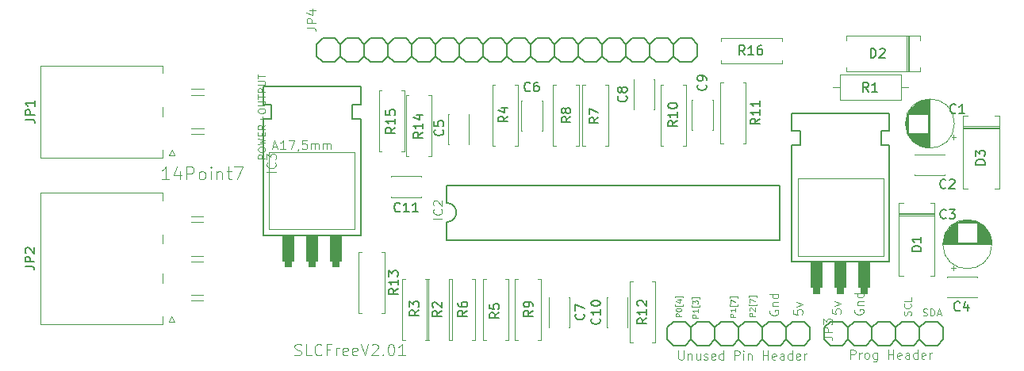
<source format=gto>
G04 #@! TF.GenerationSoftware,KiCad,Pcbnew,5.1.4-e60b266~84~ubuntu19.04.1*
G04 #@! TF.CreationDate,2019-08-18T21:03:41+02:00*
G04 #@! TF.ProjectId,SLC_Free_PCB,534c435f-4672-4656-955f-5043422e6b69,rev?*
G04 #@! TF.SameCoordinates,Original*
G04 #@! TF.FileFunction,Legend,Top*
G04 #@! TF.FilePolarity,Positive*
%FSLAX46Y46*%
G04 Gerber Fmt 4.6, Leading zero omitted, Abs format (unit mm)*
G04 Created by KiCad (PCBNEW 5.1.4-e60b266~84~ubuntu19.04.1) date 2019-08-18 21:03:41*
%MOMM*%
%LPD*%
G04 APERTURE LIST*
%ADD10C,0.081280*%
%ADD11C,0.048768*%
%ADD12C,0.065024*%
%ADD13C,0.113792*%
%ADD14C,0.101600*%
%ADD15C,0.120000*%
%ADD16C,0.152400*%
%ADD17C,0.050800*%
%ADD18C,0.100000*%
%ADD19C,0.150000*%
%ADD20C,0.096520*%
G04 APERTURE END LIST*
D10*
X173179338Y-117990139D02*
X173179338Y-118449758D01*
X173638957Y-118495720D01*
X173592995Y-118449758D01*
X173547033Y-118357834D01*
X173547033Y-118128025D01*
X173592995Y-118036101D01*
X173638957Y-117990139D01*
X173730880Y-117944177D01*
X173960690Y-117944177D01*
X174052614Y-117990139D01*
X174098576Y-118036101D01*
X174144538Y-118128025D01*
X174144538Y-118357834D01*
X174098576Y-118449758D01*
X174052614Y-118495720D01*
X173501071Y-117622444D02*
X174144538Y-117392634D01*
X173501071Y-117162825D01*
X175638300Y-118020377D02*
X175592338Y-118112301D01*
X175592338Y-118250187D01*
X175638300Y-118388072D01*
X175730223Y-118479996D01*
X175822147Y-118525958D01*
X176005995Y-118571920D01*
X176143880Y-118571920D01*
X176327728Y-118525958D01*
X176419652Y-118479996D01*
X176511576Y-118388072D01*
X176557538Y-118250187D01*
X176557538Y-118158263D01*
X176511576Y-118020377D01*
X176465614Y-117974415D01*
X176143880Y-117974415D01*
X176143880Y-118158263D01*
X175914071Y-117560758D02*
X176557538Y-117560758D01*
X176005995Y-117560758D02*
X175960033Y-117514796D01*
X175914071Y-117422872D01*
X175914071Y-117284987D01*
X175960033Y-117193063D01*
X176051957Y-117147101D01*
X176557538Y-117147101D01*
X176557538Y-116273825D02*
X175592338Y-116273825D01*
X176511576Y-116273825D02*
X176557538Y-116365748D01*
X176557538Y-116549596D01*
X176511576Y-116641520D01*
X176465614Y-116687482D01*
X176373690Y-116733444D01*
X176097919Y-116733444D01*
X176005995Y-116687482D01*
X175960033Y-116641520D01*
X175914071Y-116549596D01*
X175914071Y-116365748D01*
X175960033Y-116273825D01*
X175158941Y-123283838D02*
X175158941Y-122318638D01*
X175526636Y-122318638D01*
X175618560Y-122364600D01*
X175664522Y-122410561D01*
X175710484Y-122502485D01*
X175710484Y-122640371D01*
X175664522Y-122732295D01*
X175618560Y-122778257D01*
X175526636Y-122824219D01*
X175158941Y-122824219D01*
X176124141Y-123283838D02*
X176124141Y-122640371D01*
X176124141Y-122824219D02*
X176170103Y-122732295D01*
X176216065Y-122686333D01*
X176307989Y-122640371D01*
X176399912Y-122640371D01*
X176859532Y-123283838D02*
X176767608Y-123237876D01*
X176721646Y-123191914D01*
X176675684Y-123099990D01*
X176675684Y-122824219D01*
X176721646Y-122732295D01*
X176767608Y-122686333D01*
X176859532Y-122640371D01*
X176997417Y-122640371D01*
X177089341Y-122686333D01*
X177135303Y-122732295D01*
X177181265Y-122824219D01*
X177181265Y-123099990D01*
X177135303Y-123191914D01*
X177089341Y-123237876D01*
X176997417Y-123283838D01*
X176859532Y-123283838D01*
X178008579Y-122640371D02*
X178008579Y-123421723D01*
X177962617Y-123513647D01*
X177916655Y-123559609D01*
X177824732Y-123605571D01*
X177686846Y-123605571D01*
X177594922Y-123559609D01*
X178008579Y-123237876D02*
X177916655Y-123283838D01*
X177732808Y-123283838D01*
X177640884Y-123237876D01*
X177594922Y-123191914D01*
X177548960Y-123099990D01*
X177548960Y-122824219D01*
X177594922Y-122732295D01*
X177640884Y-122686333D01*
X177732808Y-122640371D01*
X177916655Y-122640371D01*
X178008579Y-122686333D01*
X179203589Y-123283838D02*
X179203589Y-122318638D01*
X179203589Y-122778257D02*
X179755132Y-122778257D01*
X179755132Y-123283838D02*
X179755132Y-122318638D01*
X180582446Y-123237876D02*
X180490522Y-123283838D01*
X180306674Y-123283838D01*
X180214751Y-123237876D01*
X180168789Y-123145952D01*
X180168789Y-122778257D01*
X180214751Y-122686333D01*
X180306674Y-122640371D01*
X180490522Y-122640371D01*
X180582446Y-122686333D01*
X180628408Y-122778257D01*
X180628408Y-122870180D01*
X180168789Y-122962104D01*
X181455722Y-123283838D02*
X181455722Y-122778257D01*
X181409760Y-122686333D01*
X181317836Y-122640371D01*
X181133989Y-122640371D01*
X181042065Y-122686333D01*
X181455722Y-123237876D02*
X181363798Y-123283838D01*
X181133989Y-123283838D01*
X181042065Y-123237876D01*
X180996103Y-123145952D01*
X180996103Y-123054028D01*
X181042065Y-122962104D01*
X181133989Y-122916142D01*
X181363798Y-122916142D01*
X181455722Y-122870180D01*
X182328998Y-123283838D02*
X182328998Y-122318638D01*
X182328998Y-123237876D02*
X182237074Y-123283838D01*
X182053227Y-123283838D01*
X181961303Y-123237876D01*
X181915341Y-123191914D01*
X181869379Y-123099990D01*
X181869379Y-122824219D01*
X181915341Y-122732295D01*
X181961303Y-122686333D01*
X182053227Y-122640371D01*
X182237074Y-122640371D01*
X182328998Y-122686333D01*
X183156312Y-123237876D02*
X183064389Y-123283838D01*
X182880541Y-123283838D01*
X182788617Y-123237876D01*
X182742655Y-123145952D01*
X182742655Y-122778257D01*
X182788617Y-122686333D01*
X182880541Y-122640371D01*
X183064389Y-122640371D01*
X183156312Y-122686333D01*
X183202274Y-122778257D01*
X183202274Y-122870180D01*
X182742655Y-122962104D01*
X183615932Y-123283838D02*
X183615932Y-122640371D01*
X183615932Y-122824219D02*
X183661893Y-122732295D01*
X183707855Y-122686333D01*
X183799779Y-122640371D01*
X183891703Y-122640371D01*
X156820141Y-122420238D02*
X156820141Y-123201590D01*
X156866103Y-123293514D01*
X156912065Y-123339476D01*
X157003989Y-123385438D01*
X157187836Y-123385438D01*
X157279760Y-123339476D01*
X157325722Y-123293514D01*
X157371684Y-123201590D01*
X157371684Y-122420238D01*
X157831303Y-122741971D02*
X157831303Y-123385438D01*
X157831303Y-122833895D02*
X157877265Y-122787933D01*
X157969189Y-122741971D01*
X158107074Y-122741971D01*
X158198998Y-122787933D01*
X158244960Y-122879857D01*
X158244960Y-123385438D01*
X159118236Y-122741971D02*
X159118236Y-123385438D01*
X158704579Y-122741971D02*
X158704579Y-123247552D01*
X158750541Y-123339476D01*
X158842465Y-123385438D01*
X158980351Y-123385438D01*
X159072274Y-123339476D01*
X159118236Y-123293514D01*
X159531893Y-123339476D02*
X159623817Y-123385438D01*
X159807665Y-123385438D01*
X159899589Y-123339476D01*
X159945551Y-123247552D01*
X159945551Y-123201590D01*
X159899589Y-123109666D01*
X159807665Y-123063704D01*
X159669779Y-123063704D01*
X159577855Y-123017742D01*
X159531893Y-122925819D01*
X159531893Y-122879857D01*
X159577855Y-122787933D01*
X159669779Y-122741971D01*
X159807665Y-122741971D01*
X159899589Y-122787933D01*
X160726903Y-123339476D02*
X160634979Y-123385438D01*
X160451132Y-123385438D01*
X160359208Y-123339476D01*
X160313246Y-123247552D01*
X160313246Y-122879857D01*
X160359208Y-122787933D01*
X160451132Y-122741971D01*
X160634979Y-122741971D01*
X160726903Y-122787933D01*
X160772865Y-122879857D01*
X160772865Y-122971780D01*
X160313246Y-123063704D01*
X161600179Y-123385438D02*
X161600179Y-122420238D01*
X161600179Y-123339476D02*
X161508255Y-123385438D01*
X161324408Y-123385438D01*
X161232484Y-123339476D01*
X161186522Y-123293514D01*
X161140560Y-123201590D01*
X161140560Y-122925819D01*
X161186522Y-122833895D01*
X161232484Y-122787933D01*
X161324408Y-122741971D01*
X161508255Y-122741971D01*
X161600179Y-122787933D01*
X162795189Y-123385438D02*
X162795189Y-122420238D01*
X163162884Y-122420238D01*
X163254808Y-122466200D01*
X163300770Y-122512161D01*
X163346732Y-122604085D01*
X163346732Y-122741971D01*
X163300770Y-122833895D01*
X163254808Y-122879857D01*
X163162884Y-122925819D01*
X162795189Y-122925819D01*
X163760389Y-123385438D02*
X163760389Y-122741971D01*
X163760389Y-122420238D02*
X163714427Y-122466200D01*
X163760389Y-122512161D01*
X163806351Y-122466200D01*
X163760389Y-122420238D01*
X163760389Y-122512161D01*
X164220008Y-122741971D02*
X164220008Y-123385438D01*
X164220008Y-122833895D02*
X164265970Y-122787933D01*
X164357893Y-122741971D01*
X164495779Y-122741971D01*
X164587703Y-122787933D01*
X164633665Y-122879857D01*
X164633665Y-123385438D01*
X165828674Y-123385438D02*
X165828674Y-122420238D01*
X165828674Y-122879857D02*
X166380217Y-122879857D01*
X166380217Y-123385438D02*
X166380217Y-122420238D01*
X167207532Y-123339476D02*
X167115608Y-123385438D01*
X166931760Y-123385438D01*
X166839836Y-123339476D01*
X166793874Y-123247552D01*
X166793874Y-122879857D01*
X166839836Y-122787933D01*
X166931760Y-122741971D01*
X167115608Y-122741971D01*
X167207532Y-122787933D01*
X167253493Y-122879857D01*
X167253493Y-122971780D01*
X166793874Y-123063704D01*
X168080808Y-123385438D02*
X168080808Y-122879857D01*
X168034846Y-122787933D01*
X167942922Y-122741971D01*
X167759074Y-122741971D01*
X167667151Y-122787933D01*
X168080808Y-123339476D02*
X167988884Y-123385438D01*
X167759074Y-123385438D01*
X167667151Y-123339476D01*
X167621189Y-123247552D01*
X167621189Y-123155628D01*
X167667151Y-123063704D01*
X167759074Y-123017742D01*
X167988884Y-123017742D01*
X168080808Y-122971780D01*
X168954084Y-123385438D02*
X168954084Y-122420238D01*
X168954084Y-123339476D02*
X168862160Y-123385438D01*
X168678312Y-123385438D01*
X168586389Y-123339476D01*
X168540427Y-123293514D01*
X168494465Y-123201590D01*
X168494465Y-122925819D01*
X168540427Y-122833895D01*
X168586389Y-122787933D01*
X168678312Y-122741971D01*
X168862160Y-122741971D01*
X168954084Y-122787933D01*
X169781398Y-123339476D02*
X169689474Y-123385438D01*
X169505627Y-123385438D01*
X169413703Y-123339476D01*
X169367741Y-123247552D01*
X169367741Y-122879857D01*
X169413703Y-122787933D01*
X169505627Y-122741971D01*
X169689474Y-122741971D01*
X169781398Y-122787933D01*
X169827360Y-122879857D01*
X169827360Y-122971780D01*
X169367741Y-123063704D01*
X170241017Y-123385438D02*
X170241017Y-122741971D01*
X170241017Y-122925819D02*
X170286979Y-122833895D01*
X170332941Y-122787933D01*
X170424865Y-122741971D01*
X170516789Y-122741971D01*
X169089938Y-118066339D02*
X169089938Y-118525958D01*
X169549557Y-118571920D01*
X169503595Y-118525958D01*
X169457633Y-118434034D01*
X169457633Y-118204225D01*
X169503595Y-118112301D01*
X169549557Y-118066339D01*
X169641480Y-118020377D01*
X169871290Y-118020377D01*
X169963214Y-118066339D01*
X170009176Y-118112301D01*
X170055138Y-118204225D01*
X170055138Y-118434034D01*
X170009176Y-118525958D01*
X169963214Y-118571920D01*
X169411671Y-117698644D02*
X170055138Y-117468834D01*
X169411671Y-117239025D01*
X166570500Y-118096577D02*
X166524538Y-118188501D01*
X166524538Y-118326387D01*
X166570500Y-118464272D01*
X166662423Y-118556196D01*
X166754347Y-118602158D01*
X166938195Y-118648120D01*
X167076080Y-118648120D01*
X167259928Y-118602158D01*
X167351852Y-118556196D01*
X167443776Y-118464272D01*
X167489738Y-118326387D01*
X167489738Y-118234463D01*
X167443776Y-118096577D01*
X167397814Y-118050615D01*
X167076080Y-118050615D01*
X167076080Y-118234463D01*
X166846271Y-117636958D02*
X167489738Y-117636958D01*
X166938195Y-117636958D02*
X166892233Y-117590996D01*
X166846271Y-117499072D01*
X166846271Y-117361187D01*
X166892233Y-117269263D01*
X166984157Y-117223301D01*
X167489738Y-117223301D01*
X167489738Y-116350025D02*
X166524538Y-116350025D01*
X167443776Y-116350025D02*
X167489738Y-116441948D01*
X167489738Y-116625796D01*
X167443776Y-116717720D01*
X167397814Y-116763682D01*
X167305890Y-116809644D01*
X167030119Y-116809644D01*
X166938195Y-116763682D01*
X166892233Y-116717720D01*
X166846271Y-116625796D01*
X166846271Y-116441948D01*
X166892233Y-116350025D01*
D11*
X157119522Y-118766015D02*
X156540402Y-118766015D01*
X156540402Y-118545397D01*
X156567980Y-118490243D01*
X156595557Y-118462666D01*
X156650711Y-118435089D01*
X156733442Y-118435089D01*
X156788597Y-118462666D01*
X156816174Y-118490243D01*
X156843751Y-118545397D01*
X156843751Y-118766015D01*
X156540402Y-118076586D02*
X156540402Y-118021432D01*
X156567980Y-117966277D01*
X156595557Y-117938700D01*
X156650711Y-117911123D01*
X156761020Y-117883546D01*
X156898905Y-117883546D01*
X157009214Y-117911123D01*
X157064368Y-117938700D01*
X157091945Y-117966277D01*
X157119522Y-118021432D01*
X157119522Y-118076586D01*
X157091945Y-118131740D01*
X157064368Y-118159317D01*
X157009214Y-118186895D01*
X156898905Y-118214472D01*
X156761020Y-118214472D01*
X156650711Y-118186895D01*
X156595557Y-118159317D01*
X156567980Y-118131740D01*
X156540402Y-118076586D01*
X157312562Y-117469889D02*
X157312562Y-117607775D01*
X156485248Y-117607775D01*
X156485248Y-117469889D01*
X156733442Y-117001077D02*
X157119522Y-117001077D01*
X156512825Y-117138963D02*
X156926482Y-117276849D01*
X156926482Y-116918346D01*
X157312562Y-116752883D02*
X157312562Y-116614997D01*
X156485248Y-116614997D01*
X156485248Y-116752883D01*
X158897522Y-118893015D02*
X158318402Y-118893015D01*
X158318402Y-118672397D01*
X158345980Y-118617243D01*
X158373557Y-118589666D01*
X158428711Y-118562089D01*
X158511442Y-118562089D01*
X158566597Y-118589666D01*
X158594174Y-118617243D01*
X158621751Y-118672397D01*
X158621751Y-118893015D01*
X158897522Y-118010546D02*
X158897522Y-118341472D01*
X158897522Y-118176009D02*
X158318402Y-118176009D01*
X158401134Y-118231163D01*
X158456288Y-118286317D01*
X158483865Y-118341472D01*
X159090562Y-117596889D02*
X159090562Y-117734775D01*
X158263248Y-117734775D01*
X158263248Y-117596889D01*
X158318402Y-117431426D02*
X158318402Y-117072923D01*
X158539020Y-117265963D01*
X158539020Y-117183232D01*
X158566597Y-117128077D01*
X158594174Y-117100500D01*
X158649328Y-117072923D01*
X158787214Y-117072923D01*
X158842368Y-117100500D01*
X158869945Y-117128077D01*
X158897522Y-117183232D01*
X158897522Y-117348695D01*
X158869945Y-117403849D01*
X158842368Y-117431426D01*
X159090562Y-116879883D02*
X159090562Y-116741997D01*
X158263248Y-116741997D01*
X158263248Y-116879883D01*
X162910722Y-118816815D02*
X162331602Y-118816815D01*
X162331602Y-118596197D01*
X162359180Y-118541043D01*
X162386757Y-118513466D01*
X162441911Y-118485889D01*
X162524642Y-118485889D01*
X162579797Y-118513466D01*
X162607374Y-118541043D01*
X162634951Y-118596197D01*
X162634951Y-118816815D01*
X162910722Y-117934346D02*
X162910722Y-118265272D01*
X162910722Y-118099809D02*
X162331602Y-118099809D01*
X162414334Y-118154963D01*
X162469488Y-118210117D01*
X162497065Y-118265272D01*
X163103762Y-117520689D02*
X163103762Y-117658575D01*
X162276448Y-117658575D01*
X162276448Y-117520689D01*
X162331602Y-117355226D02*
X162331602Y-116969146D01*
X162910722Y-117217340D01*
X163103762Y-116803683D02*
X163103762Y-116665797D01*
X162276448Y-116665797D01*
X162276448Y-116803683D01*
X164968122Y-118740615D02*
X164389002Y-118740615D01*
X164389002Y-118519997D01*
X164416580Y-118464843D01*
X164444157Y-118437266D01*
X164499311Y-118409689D01*
X164582042Y-118409689D01*
X164637197Y-118437266D01*
X164664774Y-118464843D01*
X164692351Y-118519997D01*
X164692351Y-118740615D01*
X164444157Y-118189072D02*
X164416580Y-118161495D01*
X164389002Y-118106340D01*
X164389002Y-117968455D01*
X164416580Y-117913300D01*
X164444157Y-117885723D01*
X164499311Y-117858146D01*
X164554465Y-117858146D01*
X164637197Y-117885723D01*
X164968122Y-118216649D01*
X164968122Y-117858146D01*
X165161162Y-117444489D02*
X165161162Y-117582375D01*
X164333848Y-117582375D01*
X164333848Y-117444489D01*
X164389002Y-117279026D02*
X164389002Y-116892946D01*
X164968122Y-117141140D01*
X165161162Y-116727483D02*
X165161162Y-116589597D01*
X164333848Y-116589597D01*
X164333848Y-116727483D01*
D12*
X112711130Y-101920086D02*
X111938970Y-101920086D01*
X111938970Y-101625930D01*
X111975740Y-101552391D01*
X112012509Y-101515622D01*
X112086048Y-101478852D01*
X112196357Y-101478852D01*
X112269896Y-101515622D01*
X112306665Y-101552391D01*
X112343435Y-101625930D01*
X112343435Y-101920086D01*
X111938970Y-101000848D02*
X111938970Y-100853770D01*
X111975740Y-100780231D01*
X112049279Y-100706692D01*
X112196357Y-100669922D01*
X112453743Y-100669922D01*
X112600821Y-100706692D01*
X112674360Y-100780231D01*
X112711130Y-100853770D01*
X112711130Y-101000848D01*
X112674360Y-101074387D01*
X112600821Y-101147926D01*
X112453743Y-101184696D01*
X112196357Y-101184696D01*
X112049279Y-101147926D01*
X111975740Y-101074387D01*
X111938970Y-101000848D01*
X111938970Y-100412536D02*
X112711130Y-100228688D01*
X112159587Y-100081610D01*
X112711130Y-99934532D01*
X111938970Y-99750684D01*
X112306665Y-99456528D02*
X112306665Y-99199142D01*
X112711130Y-99088833D02*
X112711130Y-99456528D01*
X111938970Y-99456528D01*
X111938970Y-99088833D01*
X112711130Y-98316673D02*
X112343435Y-98574060D01*
X112711130Y-98757907D02*
X111938970Y-98757907D01*
X111938970Y-98463751D01*
X111975740Y-98390212D01*
X112012509Y-98353442D01*
X112086048Y-98316673D01*
X112196357Y-98316673D01*
X112269896Y-98353442D01*
X112306665Y-98390212D01*
X112343435Y-98463751D01*
X112343435Y-98757907D01*
X112416974Y-97985747D02*
X112416974Y-97397435D01*
X112711130Y-97691591D02*
X112122818Y-97691591D01*
X111938970Y-96882662D02*
X111938970Y-96735583D01*
X111975740Y-96662044D01*
X112049279Y-96588505D01*
X112196357Y-96551736D01*
X112453743Y-96551736D01*
X112600821Y-96588505D01*
X112674360Y-96662044D01*
X112711130Y-96735583D01*
X112711130Y-96882662D01*
X112674360Y-96956201D01*
X112600821Y-97029740D01*
X112453743Y-97066509D01*
X112196357Y-97066509D01*
X112049279Y-97029740D01*
X111975740Y-96956201D01*
X111938970Y-96882662D01*
X111938970Y-96220810D02*
X112564052Y-96220810D01*
X112637591Y-96184041D01*
X112674360Y-96147271D01*
X112711130Y-96073732D01*
X112711130Y-95926654D01*
X112674360Y-95853115D01*
X112637591Y-95816345D01*
X112564052Y-95779576D01*
X111938970Y-95779576D01*
X111938970Y-95522189D02*
X111938970Y-95080955D01*
X112711130Y-95301572D02*
X111938970Y-95301572D01*
X112711130Y-94823568D02*
X111938970Y-94823568D01*
X111938970Y-94529412D01*
X111975740Y-94455873D01*
X112012509Y-94419103D01*
X112086048Y-94382334D01*
X112196357Y-94382334D01*
X112269896Y-94419103D01*
X112306665Y-94455873D01*
X112343435Y-94529412D01*
X112343435Y-94823568D01*
X111938970Y-94051408D02*
X112564052Y-94051408D01*
X112637591Y-94014639D01*
X112674360Y-93977869D01*
X112711130Y-93904330D01*
X112711130Y-93757252D01*
X112674360Y-93683713D01*
X112637591Y-93646943D01*
X112564052Y-93610174D01*
X111938970Y-93610174D01*
X111938970Y-93352787D02*
X111938970Y-92911553D01*
X112711130Y-93132170D02*
X111938970Y-93132170D01*
D13*
X102453511Y-104135653D02*
X101681351Y-104135653D01*
X102067431Y-104135653D02*
X102067431Y-102784373D01*
X101938738Y-102977413D01*
X101810044Y-103106106D01*
X101681351Y-103170453D01*
X103611751Y-103234800D02*
X103611751Y-104135653D01*
X103290018Y-102720026D02*
X102968284Y-103685226D01*
X103804791Y-103685226D01*
X104319564Y-104135653D02*
X104319564Y-102784373D01*
X104834338Y-102784373D01*
X104963031Y-102848720D01*
X105027378Y-102913066D01*
X105091724Y-103041760D01*
X105091724Y-103234800D01*
X105027378Y-103363493D01*
X104963031Y-103427840D01*
X104834338Y-103492186D01*
X104319564Y-103492186D01*
X105863884Y-104135653D02*
X105735191Y-104071306D01*
X105670844Y-104006960D01*
X105606498Y-103878266D01*
X105606498Y-103492186D01*
X105670844Y-103363493D01*
X105735191Y-103299146D01*
X105863884Y-103234800D01*
X106056924Y-103234800D01*
X106185618Y-103299146D01*
X106249964Y-103363493D01*
X106314311Y-103492186D01*
X106314311Y-103878266D01*
X106249964Y-104006960D01*
X106185618Y-104071306D01*
X106056924Y-104135653D01*
X105863884Y-104135653D01*
X106893431Y-104135653D02*
X106893431Y-103234800D01*
X106893431Y-102784373D02*
X106829084Y-102848720D01*
X106893431Y-102913066D01*
X106957778Y-102848720D01*
X106893431Y-102784373D01*
X106893431Y-102913066D01*
X107536898Y-103234800D02*
X107536898Y-104135653D01*
X107536898Y-103363493D02*
X107601244Y-103299146D01*
X107729938Y-103234800D01*
X107922978Y-103234800D01*
X108051671Y-103299146D01*
X108116018Y-103427840D01*
X108116018Y-104135653D01*
X108566444Y-103234800D02*
X109081218Y-103234800D01*
X108759484Y-102784373D02*
X108759484Y-103942613D01*
X108823831Y-104071306D01*
X108952524Y-104135653D01*
X109081218Y-104135653D01*
X109402951Y-102784373D02*
X110303804Y-102784373D01*
X109724684Y-104135653D01*
D12*
X181609960Y-118644656D02*
X181646730Y-118534347D01*
X181646730Y-118350500D01*
X181609960Y-118276961D01*
X181573191Y-118240191D01*
X181499652Y-118203422D01*
X181426113Y-118203422D01*
X181352574Y-118240191D01*
X181315804Y-118276961D01*
X181279035Y-118350500D01*
X181242265Y-118497578D01*
X181205496Y-118571117D01*
X181168726Y-118607886D01*
X181095187Y-118644656D01*
X181021648Y-118644656D01*
X180948109Y-118607886D01*
X180911340Y-118571117D01*
X180874570Y-118497578D01*
X180874570Y-118313730D01*
X180911340Y-118203422D01*
X181573191Y-117431262D02*
X181609960Y-117468031D01*
X181646730Y-117578340D01*
X181646730Y-117651879D01*
X181609960Y-117762187D01*
X181536421Y-117835726D01*
X181462882Y-117872496D01*
X181315804Y-117909265D01*
X181205496Y-117909265D01*
X181058418Y-117872496D01*
X180984879Y-117835726D01*
X180911340Y-117762187D01*
X180874570Y-117651879D01*
X180874570Y-117578340D01*
X180911340Y-117468031D01*
X180948109Y-117431262D01*
X181646730Y-116732641D02*
X181646730Y-117100336D01*
X180874570Y-117100336D01*
X182920910Y-118669020D02*
X183031219Y-118705790D01*
X183215066Y-118705790D01*
X183288605Y-118669020D01*
X183325375Y-118632251D01*
X183362144Y-118558712D01*
X183362144Y-118485173D01*
X183325375Y-118411634D01*
X183288605Y-118374864D01*
X183215066Y-118338095D01*
X183067988Y-118301325D01*
X182994449Y-118264556D01*
X182957680Y-118227786D01*
X182920910Y-118154247D01*
X182920910Y-118080708D01*
X182957680Y-118007169D01*
X182994449Y-117970400D01*
X183067988Y-117933630D01*
X183251836Y-117933630D01*
X183362144Y-117970400D01*
X183693070Y-118705790D02*
X183693070Y-117933630D01*
X183876918Y-117933630D01*
X183987226Y-117970400D01*
X184060765Y-118043939D01*
X184097535Y-118117478D01*
X184134304Y-118264556D01*
X184134304Y-118374864D01*
X184097535Y-118521942D01*
X184060765Y-118595481D01*
X183987226Y-118669020D01*
X183876918Y-118705790D01*
X183693070Y-118705790D01*
X184428461Y-118485173D02*
X184796156Y-118485173D01*
X184354922Y-118705790D02*
X184612308Y-117933630D01*
X184869695Y-118705790D01*
D14*
X115845849Y-122865095D02*
X116018206Y-122922547D01*
X116305468Y-122922547D01*
X116420373Y-122865095D01*
X116477825Y-122807642D01*
X116535278Y-122692738D01*
X116535278Y-122577833D01*
X116477825Y-122462928D01*
X116420373Y-122405476D01*
X116305468Y-122348023D01*
X116075659Y-122290571D01*
X115960754Y-122233119D01*
X115903301Y-122175666D01*
X115845849Y-122060761D01*
X115845849Y-121945857D01*
X115903301Y-121830952D01*
X115960754Y-121773500D01*
X116075659Y-121716047D01*
X116362920Y-121716047D01*
X116535278Y-121773500D01*
X117626873Y-122922547D02*
X117052349Y-122922547D01*
X117052349Y-121716047D01*
X118718468Y-122807642D02*
X118661016Y-122865095D01*
X118488659Y-122922547D01*
X118373754Y-122922547D01*
X118201397Y-122865095D01*
X118086492Y-122750190D01*
X118029040Y-122635285D01*
X117971587Y-122405476D01*
X117971587Y-122233119D01*
X118029040Y-122003309D01*
X118086492Y-121888404D01*
X118201397Y-121773500D01*
X118373754Y-121716047D01*
X118488659Y-121716047D01*
X118661016Y-121773500D01*
X118718468Y-121830952D01*
X119637706Y-122290571D02*
X119235540Y-122290571D01*
X119235540Y-122922547D02*
X119235540Y-121716047D01*
X119810063Y-121716047D01*
X120269682Y-122922547D02*
X120269682Y-122118214D01*
X120269682Y-122348023D02*
X120327135Y-122233119D01*
X120384587Y-122175666D01*
X120499492Y-122118214D01*
X120614397Y-122118214D01*
X121476182Y-122865095D02*
X121361278Y-122922547D01*
X121131468Y-122922547D01*
X121016563Y-122865095D01*
X120959111Y-122750190D01*
X120959111Y-122290571D01*
X121016563Y-122175666D01*
X121131468Y-122118214D01*
X121361278Y-122118214D01*
X121476182Y-122175666D01*
X121533635Y-122290571D01*
X121533635Y-122405476D01*
X120959111Y-122520380D01*
X122510325Y-122865095D02*
X122395420Y-122922547D01*
X122165611Y-122922547D01*
X122050706Y-122865095D01*
X121993254Y-122750190D01*
X121993254Y-122290571D01*
X122050706Y-122175666D01*
X122165611Y-122118214D01*
X122395420Y-122118214D01*
X122510325Y-122175666D01*
X122567778Y-122290571D01*
X122567778Y-122405476D01*
X121993254Y-122520380D01*
X122912492Y-121716047D02*
X123314659Y-122922547D01*
X123716825Y-121716047D01*
X124061540Y-121830952D02*
X124118992Y-121773500D01*
X124233897Y-121716047D01*
X124521159Y-121716047D01*
X124636063Y-121773500D01*
X124693516Y-121830952D01*
X124750968Y-121945857D01*
X124750968Y-122060761D01*
X124693516Y-122233119D01*
X124004087Y-122922547D01*
X124750968Y-122922547D01*
X125268040Y-122807642D02*
X125325492Y-122865095D01*
X125268040Y-122922547D01*
X125210587Y-122865095D01*
X125268040Y-122807642D01*
X125268040Y-122922547D01*
X126072373Y-121716047D02*
X126187278Y-121716047D01*
X126302182Y-121773500D01*
X126359635Y-121830952D01*
X126417087Y-121945857D01*
X126474540Y-122175666D01*
X126474540Y-122462928D01*
X126417087Y-122692738D01*
X126359635Y-122807642D01*
X126302182Y-122865095D01*
X126187278Y-122922547D01*
X126072373Y-122922547D01*
X125957468Y-122865095D01*
X125900016Y-122807642D01*
X125842563Y-122692738D01*
X125785111Y-122462928D01*
X125785111Y-122175666D01*
X125842563Y-121945857D01*
X125900016Y-121830952D01*
X125957468Y-121773500D01*
X126072373Y-121716047D01*
X127623587Y-122922547D02*
X126934159Y-122922547D01*
X127278873Y-122922547D02*
X127278873Y-121716047D01*
X127163968Y-121888404D01*
X127049063Y-122003309D01*
X126934159Y-122060761D01*
D15*
X151611500Y-121570000D02*
X151941500Y-121570000D01*
X151611500Y-115030000D02*
X151611500Y-121570000D01*
X151941500Y-115030000D02*
X151611500Y-115030000D01*
X154351500Y-121570000D02*
X154021500Y-121570000D01*
X154351500Y-115030000D02*
X154351500Y-121570000D01*
X154021500Y-115030000D02*
X154351500Y-115030000D01*
X102430000Y-101590000D02*
X102730000Y-100990000D01*
X103030000Y-101590000D02*
X102430000Y-101590000D01*
X102730000Y-100990000D02*
X103030000Y-101590000D01*
X101730000Y-97380000D02*
X101730000Y-96400000D01*
X104840000Y-94490000D02*
X106120000Y-94490000D01*
X104840000Y-95090000D02*
X106120000Y-95090000D01*
X104840000Y-98690000D02*
X106120000Y-98690000D01*
X104840000Y-99290000D02*
X106120000Y-99290000D01*
X88720000Y-91980000D02*
X88720000Y-96890000D01*
X101740000Y-91980000D02*
X88720000Y-91980000D01*
X101740000Y-92790000D02*
X101740000Y-91980000D01*
X88720000Y-101800000D02*
X88720000Y-96890000D01*
X101740000Y-101800000D02*
X88720000Y-101800000D01*
X101740000Y-100990000D02*
X101740000Y-101800000D01*
X102420000Y-119380000D02*
X102720000Y-118780000D01*
X103020000Y-119380000D02*
X102420000Y-119380000D01*
X102720000Y-118780000D02*
X103020000Y-119380000D01*
X101720000Y-110970000D02*
X101720000Y-109990000D01*
X101720000Y-115170000D02*
X101720000Y-114190000D01*
X104830000Y-108080000D02*
X106110000Y-108080000D01*
X104830000Y-108680000D02*
X106110000Y-108680000D01*
X104830000Y-112280000D02*
X106110000Y-112280000D01*
X104830000Y-112880000D02*
X106110000Y-112880000D01*
X104830000Y-116480000D02*
X106110000Y-116480000D01*
X104830000Y-117080000D02*
X106110000Y-117080000D01*
X88710000Y-105570000D02*
X88710000Y-112580000D01*
X101730000Y-105570000D02*
X88710000Y-105570000D01*
X101730000Y-106380000D02*
X101730000Y-105570000D01*
X88710000Y-119590000D02*
X88710000Y-112580000D01*
X101730000Y-119590000D02*
X88710000Y-119590000D01*
X101730000Y-118780000D02*
X101730000Y-119590000D01*
X181360000Y-94270000D02*
X180590000Y-94270000D01*
X173280000Y-94270000D02*
X174050000Y-94270000D01*
X180590000Y-92900000D02*
X174050000Y-92900000D01*
X180590000Y-95640000D02*
X180590000Y-92900000D01*
X174050000Y-95640000D02*
X180590000Y-95640000D01*
X174050000Y-92900000D02*
X174050000Y-95640000D01*
X142205000Y-95680000D02*
X142270000Y-95680000D01*
X140030000Y-95680000D02*
X140095000Y-95680000D01*
X142205000Y-98920000D02*
X142270000Y-98920000D01*
X140030000Y-98920000D02*
X140095000Y-98920000D01*
X142270000Y-98920000D02*
X142270000Y-95680000D01*
X140030000Y-98920000D02*
X140030000Y-95680000D01*
X149295000Y-94020000D02*
X148965000Y-94020000D01*
X149295000Y-100560000D02*
X149295000Y-94020000D01*
X148965000Y-100560000D02*
X149295000Y-100560000D01*
X146555000Y-94020000D02*
X146885000Y-94020000D01*
X146555000Y-100560000D02*
X146555000Y-94020000D01*
X146885000Y-100560000D02*
X146555000Y-100560000D01*
X143440000Y-100550000D02*
X143770000Y-100550000D01*
X143440000Y-94010000D02*
X143440000Y-100550000D01*
X143770000Y-94010000D02*
X143440000Y-94010000D01*
X146180000Y-100550000D02*
X145850000Y-100550000D01*
X146180000Y-94010000D02*
X146180000Y-100550000D01*
X145850000Y-94010000D02*
X146180000Y-94010000D01*
X167855000Y-91745000D02*
X167855000Y-91415000D01*
X161315000Y-91745000D02*
X167855000Y-91745000D01*
X161315000Y-91415000D02*
X161315000Y-91745000D01*
X167855000Y-89005000D02*
X167855000Y-89335000D01*
X161315000Y-89005000D02*
X167855000Y-89005000D01*
X161315000Y-89335000D02*
X161315000Y-89005000D01*
X157620000Y-94045000D02*
X157290000Y-94045000D01*
X157620000Y-100585000D02*
X157620000Y-94045000D01*
X157290000Y-100585000D02*
X157620000Y-100585000D01*
X154880000Y-94045000D02*
X155210000Y-94045000D01*
X154880000Y-100585000D02*
X154880000Y-94045000D01*
X155210000Y-100585000D02*
X154880000Y-100585000D01*
X164020000Y-93745000D02*
X163690000Y-93745000D01*
X164020000Y-100285000D02*
X164020000Y-93745000D01*
X163690000Y-100285000D02*
X164020000Y-100285000D01*
X161280000Y-93745000D02*
X161610000Y-93745000D01*
X161280000Y-100285000D02*
X161280000Y-93745000D01*
X161610000Y-100285000D02*
X161280000Y-100285000D01*
X122680000Y-118410000D02*
X123010000Y-118410000D01*
X122680000Y-111870000D02*
X122680000Y-118410000D01*
X123010000Y-111870000D02*
X122680000Y-111870000D01*
X125420000Y-118410000D02*
X125090000Y-118410000D01*
X125420000Y-111870000D02*
X125420000Y-118410000D01*
X125090000Y-111870000D02*
X125420000Y-111870000D01*
X132645000Y-114740000D02*
X132315000Y-114740000D01*
X132645000Y-121280000D02*
X132645000Y-114740000D01*
X132315000Y-121280000D02*
X132645000Y-121280000D01*
X129905000Y-114740000D02*
X130235000Y-114740000D01*
X129905000Y-121280000D02*
X129905000Y-114740000D01*
X130235000Y-121280000D02*
X129905000Y-121280000D01*
X127355000Y-121280000D02*
X127685000Y-121280000D01*
X127355000Y-114740000D02*
X127355000Y-121280000D01*
X127685000Y-114740000D02*
X127355000Y-114740000D01*
X130095000Y-121280000D02*
X129765000Y-121280000D01*
X130095000Y-114740000D02*
X130095000Y-121280000D01*
X129765000Y-114740000D02*
X130095000Y-114740000D01*
X132355000Y-121280000D02*
X132685000Y-121280000D01*
X132355000Y-114740000D02*
X132355000Y-121280000D01*
X132685000Y-114740000D02*
X132355000Y-114740000D01*
X135095000Y-121280000D02*
X134765000Y-121280000D01*
X135095000Y-114740000D02*
X135095000Y-121280000D01*
X134765000Y-114740000D02*
X135095000Y-114740000D01*
X138695000Y-114740000D02*
X138365000Y-114740000D01*
X138695000Y-121280000D02*
X138695000Y-114740000D01*
X138365000Y-121280000D02*
X138695000Y-121280000D01*
X135955000Y-114740000D02*
X136285000Y-114740000D01*
X135955000Y-121280000D02*
X135955000Y-114740000D01*
X136285000Y-121280000D02*
X135955000Y-121280000D01*
X139355000Y-121280000D02*
X139685000Y-121280000D01*
X139355000Y-114740000D02*
X139355000Y-121280000D01*
X139685000Y-114740000D02*
X139355000Y-114740000D01*
X142095000Y-121280000D02*
X141765000Y-121280000D01*
X142095000Y-114740000D02*
X142095000Y-121280000D01*
X141765000Y-114740000D02*
X142095000Y-114740000D01*
X136930300Y-100539400D02*
X137260300Y-100539400D01*
X136930300Y-93999400D02*
X136930300Y-100539400D01*
X137260300Y-93999400D02*
X136930300Y-93999400D01*
X139670300Y-100539400D02*
X139340300Y-100539400D01*
X139670300Y-93999400D02*
X139670300Y-100539400D01*
X139340300Y-93999400D02*
X139670300Y-93999400D01*
X127705000Y-101630000D02*
X128035000Y-101630000D01*
X127705000Y-95090000D02*
X127705000Y-101630000D01*
X128035000Y-95090000D02*
X127705000Y-95090000D01*
X130445000Y-101630000D02*
X130115000Y-101630000D01*
X130445000Y-95090000D02*
X130445000Y-101630000D01*
X130115000Y-95090000D02*
X130445000Y-95090000D01*
X127570000Y-94620000D02*
X127240000Y-94620000D01*
X127570000Y-101160000D02*
X127570000Y-94620000D01*
X127240000Y-101160000D02*
X127570000Y-101160000D01*
X124830000Y-94620000D02*
X125160000Y-94620000D01*
X124830000Y-101160000D02*
X124830000Y-94620000D01*
X125160000Y-101160000D02*
X124830000Y-101160000D01*
X126130000Y-103845000D02*
X126130000Y-103780000D01*
X126130000Y-106020000D02*
X126130000Y-105955000D01*
X129370000Y-103845000D02*
X129370000Y-103780000D01*
X129370000Y-106020000D02*
X129370000Y-105955000D01*
X129370000Y-103780000D02*
X126130000Y-103780000D01*
X129370000Y-106020000D02*
X126130000Y-106020000D01*
X143020000Y-119945000D02*
X142955000Y-119945000D01*
X145195000Y-119945000D02*
X145130000Y-119945000D01*
X143020000Y-116705000D02*
X142955000Y-116705000D01*
X145195000Y-116705000D02*
X145130000Y-116705000D01*
X142955000Y-116705000D02*
X142955000Y-119945000D01*
X145195000Y-116705000D02*
X145195000Y-119945000D01*
X151330000Y-116705000D02*
X151395000Y-116705000D01*
X149155000Y-116705000D02*
X149220000Y-116705000D01*
X151330000Y-119945000D02*
X151395000Y-119945000D01*
X149155000Y-119945000D02*
X149220000Y-119945000D01*
X151395000Y-119945000D02*
X151395000Y-116705000D01*
X149155000Y-119945000D02*
X149155000Y-116705000D01*
X188690000Y-116675000D02*
X188690000Y-116740000D01*
X188690000Y-114500000D02*
X188690000Y-114565000D01*
X185450000Y-116675000D02*
X185450000Y-116740000D01*
X185450000Y-114500000D02*
X185450000Y-114565000D01*
X185450000Y-116740000D02*
X188690000Y-116740000D01*
X185450000Y-114500000D02*
X188690000Y-114500000D01*
X182030000Y-101515000D02*
X182030000Y-101450000D01*
X182030000Y-103690000D02*
X182030000Y-103625000D01*
X185270000Y-101515000D02*
X185270000Y-101450000D01*
X185270000Y-103690000D02*
X185270000Y-103625000D01*
X185270000Y-101450000D02*
X182030000Y-101450000D01*
X185270000Y-103690000D02*
X182030000Y-103690000D01*
X158301900Y-98870000D02*
X158236900Y-98870000D01*
X160476900Y-98870000D02*
X160411900Y-98870000D01*
X158301900Y-95630000D02*
X158236900Y-95630000D01*
X160476900Y-95630000D02*
X160411900Y-95630000D01*
X158236900Y-95630000D02*
X158236900Y-98870000D01*
X160476900Y-95630000D02*
X160476900Y-98870000D01*
X154185000Y-93430000D02*
X154250000Y-93430000D01*
X152010000Y-93430000D02*
X152075000Y-93430000D01*
X154185000Y-96670000D02*
X154250000Y-96670000D01*
X152010000Y-96670000D02*
X152075000Y-96670000D01*
X154250000Y-96670000D02*
X154250000Y-93430000D01*
X152010000Y-96670000D02*
X152010000Y-93430000D01*
X134402300Y-97168000D02*
X134467300Y-97168000D01*
X132227300Y-97168000D02*
X132292300Y-97168000D01*
X134402300Y-100408000D02*
X134467300Y-100408000D01*
X132227300Y-100408000D02*
X132292300Y-100408000D01*
X134467300Y-100408000D02*
X134467300Y-97168000D01*
X132227300Y-100408000D02*
X132227300Y-97168000D01*
D16*
X112483000Y-110110000D02*
X122897000Y-110110000D01*
X122897000Y-94235000D02*
X112483000Y-94235000D01*
X122897000Y-110110000D02*
X122897000Y-97664000D01*
X122897000Y-97664000D02*
X122008000Y-97664000D01*
X122008000Y-97664000D02*
X122008000Y-96140000D01*
X122008000Y-96140000D02*
X122897000Y-96140000D01*
X122897000Y-96140000D02*
X122897000Y-94235000D01*
X112483000Y-110110000D02*
X112483000Y-97664000D01*
X112483000Y-97664000D02*
X113372000Y-97664000D01*
X113372000Y-97664000D02*
X113372000Y-96140000D01*
X113372000Y-96140000D02*
X112483000Y-96140000D01*
X112483000Y-96140000D02*
X112483000Y-94235000D01*
D17*
X113118000Y-109475000D02*
X122262000Y-109475000D01*
X122262000Y-101220000D02*
X122262000Y-109475000D01*
X122262000Y-101220000D02*
X113118000Y-101220000D01*
X113118000Y-109475000D02*
X113118000Y-101220000D01*
D18*
G36*
X119849000Y-113539000D02*
G01*
X120611000Y-113539000D01*
X120611000Y-112904000D01*
X119849000Y-112904000D01*
X119849000Y-113539000D01*
G37*
G36*
X117309000Y-113539000D02*
G01*
X118071000Y-113539000D01*
X118071000Y-112904000D01*
X117309000Y-112904000D01*
X117309000Y-113539000D01*
G37*
G36*
X114769000Y-113539000D02*
G01*
X115531000Y-113539000D01*
X115531000Y-112904000D01*
X114769000Y-112904000D01*
X114769000Y-113539000D01*
G37*
G36*
X114515000Y-112904000D02*
G01*
X115785000Y-112904000D01*
X115785000Y-110110000D01*
X114515000Y-110110000D01*
X114515000Y-112904000D01*
G37*
G36*
X117055000Y-112904000D02*
G01*
X118325000Y-112904000D01*
X118325000Y-110110000D01*
X117055000Y-110110000D01*
X117055000Y-112904000D01*
G37*
G36*
X119595000Y-112904000D02*
G01*
X120865000Y-112904000D01*
X120865000Y-110110000D01*
X119595000Y-110110000D01*
X119595000Y-112904000D01*
G37*
D16*
X168907300Y-112917200D02*
X179321300Y-112917200D01*
X179321300Y-97042200D02*
X168907300Y-97042200D01*
X179321300Y-112917200D02*
X179321300Y-100471200D01*
X179321300Y-100471200D02*
X178432300Y-100471200D01*
X178432300Y-100471200D02*
X178432300Y-98947200D01*
X178432300Y-98947200D02*
X179321300Y-98947200D01*
X179321300Y-98947200D02*
X179321300Y-97042200D01*
X168907300Y-112917200D02*
X168907300Y-100471200D01*
X168907300Y-100471200D02*
X169796300Y-100471200D01*
X169796300Y-100471200D02*
X169796300Y-98947200D01*
X169796300Y-98947200D02*
X168907300Y-98947200D01*
X168907300Y-98947200D02*
X168907300Y-97042200D01*
D17*
X169542300Y-112282200D02*
X178686300Y-112282200D01*
X178686300Y-104027200D02*
X178686300Y-112282200D01*
X178686300Y-104027200D02*
X169542300Y-104027200D01*
X169542300Y-112282200D02*
X169542300Y-104027200D01*
D18*
G36*
X176273300Y-116346200D02*
G01*
X177035300Y-116346200D01*
X177035300Y-115711200D01*
X176273300Y-115711200D01*
X176273300Y-116346200D01*
G37*
G36*
X173733300Y-116346200D02*
G01*
X174495300Y-116346200D01*
X174495300Y-115711200D01*
X173733300Y-115711200D01*
X173733300Y-116346200D01*
G37*
G36*
X171193300Y-116346200D02*
G01*
X171955300Y-116346200D01*
X171955300Y-115711200D01*
X171193300Y-115711200D01*
X171193300Y-116346200D01*
G37*
G36*
X170939300Y-115711200D02*
G01*
X172209300Y-115711200D01*
X172209300Y-112917200D01*
X170939300Y-112917200D01*
X170939300Y-115711200D01*
G37*
G36*
X173479300Y-115711200D02*
G01*
X174749300Y-115711200D01*
X174749300Y-112917200D01*
X173479300Y-112917200D01*
X173479300Y-115711200D01*
G37*
G36*
X176019300Y-115711200D02*
G01*
X177289300Y-115711200D01*
X177289300Y-112917200D01*
X176019300Y-112917200D01*
X176019300Y-115711200D01*
G37*
D16*
X132077300Y-108674000D02*
G75*
G03X132077300Y-106642000I0J1016000D01*
G01*
X132077300Y-110579000D02*
X132077300Y-108674000D01*
X132077300Y-104737000D02*
X132077300Y-106642000D01*
X167637300Y-104737000D02*
X167637300Y-110579000D01*
X132077300Y-110579000D02*
X167637300Y-110579000D01*
X167637300Y-104737000D02*
X132077300Y-104737000D01*
X184452100Y-121856600D02*
X183182100Y-121856600D01*
X182547100Y-121221600D02*
X183182100Y-121856600D01*
X183182100Y-119316600D02*
X182547100Y-119951600D01*
X185087100Y-121221600D02*
X184452100Y-121856600D01*
X185087100Y-119951600D02*
X185087100Y-121221600D01*
X184452100Y-119316600D02*
X185087100Y-119951600D01*
X183182100Y-119316600D02*
X184452100Y-119316600D01*
X174292100Y-121856600D02*
X173022100Y-121856600D01*
X172387100Y-121221600D02*
X173022100Y-121856600D01*
X173022100Y-119316600D02*
X172387100Y-119951600D01*
X172387100Y-119951600D02*
X172387100Y-121221600D01*
X175562100Y-121856600D02*
X174927100Y-121221600D01*
X176832100Y-121856600D02*
X175562100Y-121856600D01*
X177467100Y-121221600D02*
X176832100Y-121856600D01*
X177467100Y-119951600D02*
X177467100Y-121221600D01*
X176832100Y-119316600D02*
X177467100Y-119951600D01*
X175562100Y-119316600D02*
X176832100Y-119316600D01*
X174927100Y-119951600D02*
X175562100Y-119316600D01*
X174927100Y-121221600D02*
X174292100Y-121856600D01*
X174927100Y-119951600D02*
X174927100Y-121221600D01*
X174292100Y-119316600D02*
X174927100Y-119951600D01*
X173022100Y-119316600D02*
X174292100Y-119316600D01*
X181912100Y-121856600D02*
X180642100Y-121856600D01*
X180007100Y-121221600D02*
X180642100Y-121856600D01*
X180642100Y-119316600D02*
X180007100Y-119951600D01*
X178102100Y-121856600D02*
X177467100Y-121221600D01*
X179372100Y-121856600D02*
X178102100Y-121856600D01*
X180007100Y-121221600D02*
X179372100Y-121856600D01*
X180007100Y-119951600D02*
X180007100Y-121221600D01*
X179372100Y-119316600D02*
X180007100Y-119951600D01*
X178102100Y-119316600D02*
X179372100Y-119316600D01*
X177467100Y-119951600D02*
X178102100Y-119316600D01*
X182547100Y-121221600D02*
X181912100Y-121856600D01*
X182547100Y-119951600D02*
X182547100Y-121221600D01*
X181912100Y-119316600D02*
X182547100Y-119951600D01*
X180642100Y-119316600D02*
X181912100Y-119316600D01*
X156943900Y-91579800D02*
X156308900Y-90944800D01*
X158213900Y-91579800D02*
X156943900Y-91579800D01*
X158848900Y-90944800D02*
X158213900Y-91579800D01*
X158848900Y-89674800D02*
X158848900Y-90944800D01*
X158213900Y-89039800D02*
X158848900Y-89674800D01*
X156943900Y-89039800D02*
X158213900Y-89039800D01*
X156308900Y-89674800D02*
X156943900Y-89039800D01*
X120113900Y-91579800D02*
X118843900Y-91579800D01*
X118208900Y-90944800D02*
X118843900Y-91579800D01*
X118843900Y-89039800D02*
X118208900Y-89674800D01*
X118208900Y-89674800D02*
X118208900Y-90944800D01*
X121383900Y-91579800D02*
X120748900Y-90944800D01*
X122653900Y-91579800D02*
X121383900Y-91579800D01*
X123288900Y-90944800D02*
X122653900Y-91579800D01*
X123288900Y-89674800D02*
X123288900Y-90944800D01*
X122653900Y-89039800D02*
X123288900Y-89674800D01*
X121383900Y-89039800D02*
X122653900Y-89039800D01*
X120748900Y-89674800D02*
X121383900Y-89039800D01*
X120748900Y-90944800D02*
X120113900Y-91579800D01*
X120748900Y-89674800D02*
X120748900Y-90944800D01*
X120113900Y-89039800D02*
X120748900Y-89674800D01*
X118843900Y-89039800D02*
X120113900Y-89039800D01*
X127733900Y-91579800D02*
X126463900Y-91579800D01*
X125828900Y-90944800D02*
X126463900Y-91579800D01*
X126463900Y-89039800D02*
X125828900Y-89674800D01*
X123923900Y-91579800D02*
X123288900Y-90944800D01*
X125193900Y-91579800D02*
X123923900Y-91579800D01*
X125828900Y-90944800D02*
X125193900Y-91579800D01*
X125828900Y-89674800D02*
X125828900Y-90944800D01*
X125193900Y-89039800D02*
X125828900Y-89674800D01*
X123923900Y-89039800D02*
X125193900Y-89039800D01*
X123288900Y-89674800D02*
X123923900Y-89039800D01*
X129003900Y-91579800D02*
X128368900Y-90944800D01*
X130273900Y-91579800D02*
X129003900Y-91579800D01*
X130908900Y-90944800D02*
X130273900Y-91579800D01*
X130908900Y-89674800D02*
X130908900Y-90944800D01*
X130273900Y-89039800D02*
X130908900Y-89674800D01*
X129003900Y-89039800D02*
X130273900Y-89039800D01*
X128368900Y-89674800D02*
X129003900Y-89039800D01*
X128368900Y-90944800D02*
X127733900Y-91579800D01*
X128368900Y-89674800D02*
X128368900Y-90944800D01*
X127733900Y-89039800D02*
X128368900Y-89674800D01*
X126463900Y-89039800D02*
X127733900Y-89039800D01*
X135353900Y-91579800D02*
X134083900Y-91579800D01*
X133448900Y-90944800D02*
X134083900Y-91579800D01*
X134083900Y-89039800D02*
X133448900Y-89674800D01*
X131543900Y-91579800D02*
X130908900Y-90944800D01*
X132813900Y-91579800D02*
X131543900Y-91579800D01*
X133448900Y-90944800D02*
X132813900Y-91579800D01*
X133448900Y-89674800D02*
X133448900Y-90944800D01*
X132813900Y-89039800D02*
X133448900Y-89674800D01*
X131543900Y-89039800D02*
X132813900Y-89039800D01*
X130908900Y-89674800D02*
X131543900Y-89039800D01*
X136623900Y-91579800D02*
X135988900Y-90944800D01*
X137893900Y-91579800D02*
X136623900Y-91579800D01*
X138528900Y-90944800D02*
X137893900Y-91579800D01*
X138528900Y-89674800D02*
X138528900Y-90944800D01*
X137893900Y-89039800D02*
X138528900Y-89674800D01*
X136623900Y-89039800D02*
X137893900Y-89039800D01*
X135988900Y-89674800D02*
X136623900Y-89039800D01*
X135988900Y-90944800D02*
X135353900Y-91579800D01*
X135988900Y-89674800D02*
X135988900Y-90944800D01*
X135353900Y-89039800D02*
X135988900Y-89674800D01*
X134083900Y-89039800D02*
X135353900Y-89039800D01*
X142973900Y-91579800D02*
X141703900Y-91579800D01*
X141068900Y-90944800D02*
X141703900Y-91579800D01*
X141703900Y-89039800D02*
X141068900Y-89674800D01*
X139163900Y-91579800D02*
X138528900Y-90944800D01*
X140433900Y-91579800D02*
X139163900Y-91579800D01*
X141068900Y-90944800D02*
X140433900Y-91579800D01*
X141068900Y-89674800D02*
X141068900Y-90944800D01*
X140433900Y-89039800D02*
X141068900Y-89674800D01*
X139163900Y-89039800D02*
X140433900Y-89039800D01*
X138528900Y-89674800D02*
X139163900Y-89039800D01*
X144243900Y-91579800D02*
X143608900Y-90944800D01*
X145513900Y-91579800D02*
X144243900Y-91579800D01*
X146148900Y-90944800D02*
X145513900Y-91579800D01*
X146148900Y-89674800D02*
X146148900Y-90944800D01*
X145513900Y-89039800D02*
X146148900Y-89674800D01*
X144243900Y-89039800D02*
X145513900Y-89039800D01*
X143608900Y-89674800D02*
X144243900Y-89039800D01*
X143608900Y-90944800D02*
X142973900Y-91579800D01*
X143608900Y-89674800D02*
X143608900Y-90944800D01*
X142973900Y-89039800D02*
X143608900Y-89674800D01*
X141703900Y-89039800D02*
X142973900Y-89039800D01*
X150593900Y-91579800D02*
X149323900Y-91579800D01*
X148688900Y-90944800D02*
X149323900Y-91579800D01*
X149323900Y-89039800D02*
X148688900Y-89674800D01*
X146783900Y-91579800D02*
X146148900Y-90944800D01*
X148053900Y-91579800D02*
X146783900Y-91579800D01*
X148688900Y-90944800D02*
X148053900Y-91579800D01*
X148688900Y-89674800D02*
X148688900Y-90944800D01*
X148053900Y-89039800D02*
X148688900Y-89674800D01*
X146783900Y-89039800D02*
X148053900Y-89039800D01*
X146148900Y-89674800D02*
X146783900Y-89039800D01*
X151863900Y-91579800D02*
X151228900Y-90944800D01*
X153133900Y-91579800D02*
X151863900Y-91579800D01*
X153768900Y-90944800D02*
X153133900Y-91579800D01*
X153768900Y-89674800D02*
X153768900Y-90944800D01*
X153133900Y-89039800D02*
X153768900Y-89674800D01*
X151863900Y-89039800D02*
X153133900Y-89039800D01*
X151228900Y-89674800D02*
X151863900Y-89039800D01*
X151228900Y-90944800D02*
X150593900Y-91579800D01*
X151228900Y-89674800D02*
X151228900Y-90944800D01*
X150593900Y-89039800D02*
X151228900Y-89674800D01*
X149323900Y-89039800D02*
X150593900Y-89039800D01*
X154403900Y-91579800D02*
X153768900Y-90944800D01*
X155673900Y-91579800D02*
X154403900Y-91579800D01*
X156308900Y-90944800D02*
X155673900Y-91579800D01*
X156308900Y-89674800D02*
X156308900Y-90944800D01*
X155673900Y-89039800D02*
X156308900Y-89674800D01*
X154403900Y-89039800D02*
X155673900Y-89039800D01*
X153768900Y-89674800D02*
X154403900Y-89039800D01*
X170228100Y-121856600D02*
X168958100Y-121856600D01*
X168323100Y-121221600D02*
X168958100Y-121856600D01*
X168958100Y-119316600D02*
X168323100Y-119951600D01*
X170863100Y-121221600D02*
X170228100Y-121856600D01*
X170863100Y-119951600D02*
X170863100Y-121221600D01*
X170228100Y-119316600D02*
X170863100Y-119951600D01*
X168958100Y-119316600D02*
X170228100Y-119316600D01*
X157528100Y-121856600D02*
X156258100Y-121856600D01*
X155623100Y-121221600D02*
X156258100Y-121856600D01*
X156258100Y-119316600D02*
X155623100Y-119951600D01*
X155623100Y-119951600D02*
X155623100Y-121221600D01*
X158798100Y-121856600D02*
X158163100Y-121221600D01*
X160068100Y-121856600D02*
X158798100Y-121856600D01*
X160703100Y-121221600D02*
X160068100Y-121856600D01*
X160703100Y-119951600D02*
X160703100Y-121221600D01*
X160068100Y-119316600D02*
X160703100Y-119951600D01*
X158798100Y-119316600D02*
X160068100Y-119316600D01*
X158163100Y-119951600D02*
X158798100Y-119316600D01*
X158163100Y-121221600D02*
X157528100Y-121856600D01*
X158163100Y-119951600D02*
X158163100Y-121221600D01*
X157528100Y-119316600D02*
X158163100Y-119951600D01*
X156258100Y-119316600D02*
X157528100Y-119316600D01*
X165148100Y-121856600D02*
X163878100Y-121856600D01*
X163243100Y-121221600D02*
X163878100Y-121856600D01*
X163878100Y-119316600D02*
X163243100Y-119951600D01*
X161338100Y-121856600D02*
X160703100Y-121221600D01*
X162608100Y-121856600D02*
X161338100Y-121856600D01*
X163243100Y-121221600D02*
X162608100Y-121856600D01*
X163243100Y-119951600D02*
X163243100Y-121221600D01*
X162608100Y-119316600D02*
X163243100Y-119951600D01*
X161338100Y-119316600D02*
X162608100Y-119316600D01*
X160703100Y-119951600D02*
X161338100Y-119316600D01*
X166418100Y-121856600D02*
X165783100Y-121221600D01*
X167688100Y-121856600D02*
X166418100Y-121856600D01*
X168323100Y-121221600D02*
X167688100Y-121856600D01*
X168323100Y-119951600D02*
X168323100Y-121221600D01*
X167688100Y-119316600D02*
X168323100Y-119951600D01*
X166418100Y-119316600D02*
X167688100Y-119316600D01*
X165783100Y-119951600D02*
X166418100Y-119316600D01*
X165783100Y-121221600D02*
X165148100Y-121856600D01*
X165783100Y-119951600D02*
X165783100Y-121221600D01*
X165148100Y-119316600D02*
X165783100Y-119951600D01*
X163878100Y-119316600D02*
X165148100Y-119316600D01*
D15*
X182570000Y-92140000D02*
X182570000Y-92620000D01*
X182570000Y-92620000D02*
X174730000Y-92620000D01*
X174730000Y-92620000D02*
X174730000Y-92140000D01*
X182570000Y-89260000D02*
X182570000Y-88780000D01*
X182570000Y-88780000D02*
X174730000Y-88780000D01*
X174730000Y-88780000D02*
X174730000Y-89260000D01*
X181310000Y-92620000D02*
X181310000Y-88780000D01*
X181190000Y-92620000D02*
X181190000Y-88780000D01*
X181430000Y-92620000D02*
X181430000Y-88780000D01*
X183690000Y-106600000D02*
X184170000Y-106600000D01*
X184170000Y-106600000D02*
X184170000Y-114440000D01*
X184170000Y-114440000D02*
X183690000Y-114440000D01*
X180810000Y-106600000D02*
X180330000Y-106600000D01*
X180330000Y-106600000D02*
X180330000Y-114440000D01*
X180330000Y-114440000D02*
X180810000Y-114440000D01*
X184170000Y-107860000D02*
X180330000Y-107860000D01*
X184170000Y-107980000D02*
X180330000Y-107980000D01*
X184170000Y-107740000D02*
X180330000Y-107740000D01*
X191060000Y-98440000D02*
X187220000Y-98440000D01*
X191060000Y-98680000D02*
X187220000Y-98680000D01*
X191060000Y-98560000D02*
X187220000Y-98560000D01*
X187220000Y-105140000D02*
X187700000Y-105140000D01*
X187220000Y-97300000D02*
X187220000Y-105140000D01*
X187700000Y-97300000D02*
X187220000Y-97300000D01*
X191060000Y-105140000D02*
X190580000Y-105140000D01*
X191060000Y-97300000D02*
X191060000Y-105140000D01*
X190580000Y-97300000D02*
X191060000Y-97300000D01*
X186270000Y-98160000D02*
G75*
G03X186270000Y-98160000I-2620000J0D01*
G01*
X183650000Y-100740000D02*
X183650000Y-95580000D01*
X183610000Y-100740000D02*
X183610000Y-95580000D01*
X183570000Y-100739000D02*
X183570000Y-95581000D01*
X183530000Y-100738000D02*
X183530000Y-95582000D01*
X183490000Y-100736000D02*
X183490000Y-95584000D01*
X183450000Y-100733000D02*
X183450000Y-95587000D01*
X183410000Y-100729000D02*
X183410000Y-99200000D01*
X183410000Y-97120000D02*
X183410000Y-95591000D01*
X183370000Y-100725000D02*
X183370000Y-99200000D01*
X183370000Y-97120000D02*
X183370000Y-95595000D01*
X183330000Y-100721000D02*
X183330000Y-99200000D01*
X183330000Y-97120000D02*
X183330000Y-95599000D01*
X183290000Y-100716000D02*
X183290000Y-99200000D01*
X183290000Y-97120000D02*
X183290000Y-95604000D01*
X183250000Y-100710000D02*
X183250000Y-99200000D01*
X183250000Y-97120000D02*
X183250000Y-95610000D01*
X183210000Y-100703000D02*
X183210000Y-99200000D01*
X183210000Y-97120000D02*
X183210000Y-95617000D01*
X183170000Y-100696000D02*
X183170000Y-99200000D01*
X183170000Y-97120000D02*
X183170000Y-95624000D01*
X183130000Y-100688000D02*
X183130000Y-99200000D01*
X183130000Y-97120000D02*
X183130000Y-95632000D01*
X183090000Y-100680000D02*
X183090000Y-99200000D01*
X183090000Y-97120000D02*
X183090000Y-95640000D01*
X183050000Y-100671000D02*
X183050000Y-99200000D01*
X183050000Y-97120000D02*
X183050000Y-95649000D01*
X183010000Y-100661000D02*
X183010000Y-99200000D01*
X183010000Y-97120000D02*
X183010000Y-95659000D01*
X182970000Y-100651000D02*
X182970000Y-99200000D01*
X182970000Y-97120000D02*
X182970000Y-95669000D01*
X182929000Y-100640000D02*
X182929000Y-99200000D01*
X182929000Y-97120000D02*
X182929000Y-95680000D01*
X182889000Y-100628000D02*
X182889000Y-99200000D01*
X182889000Y-97120000D02*
X182889000Y-95692000D01*
X182849000Y-100615000D02*
X182849000Y-99200000D01*
X182849000Y-97120000D02*
X182849000Y-95705000D01*
X182809000Y-100602000D02*
X182809000Y-99200000D01*
X182809000Y-97120000D02*
X182809000Y-95718000D01*
X182769000Y-100588000D02*
X182769000Y-99200000D01*
X182769000Y-97120000D02*
X182769000Y-95732000D01*
X182729000Y-100574000D02*
X182729000Y-99200000D01*
X182729000Y-97120000D02*
X182729000Y-95746000D01*
X182689000Y-100558000D02*
X182689000Y-99200000D01*
X182689000Y-97120000D02*
X182689000Y-95762000D01*
X182649000Y-100542000D02*
X182649000Y-99200000D01*
X182649000Y-97120000D02*
X182649000Y-95778000D01*
X182609000Y-100525000D02*
X182609000Y-99200000D01*
X182609000Y-97120000D02*
X182609000Y-95795000D01*
X182569000Y-100508000D02*
X182569000Y-99200000D01*
X182569000Y-97120000D02*
X182569000Y-95812000D01*
X182529000Y-100489000D02*
X182529000Y-99200000D01*
X182529000Y-97120000D02*
X182529000Y-95831000D01*
X182489000Y-100470000D02*
X182489000Y-99200000D01*
X182489000Y-97120000D02*
X182489000Y-95850000D01*
X182449000Y-100450000D02*
X182449000Y-99200000D01*
X182449000Y-97120000D02*
X182449000Y-95870000D01*
X182409000Y-100428000D02*
X182409000Y-99200000D01*
X182409000Y-97120000D02*
X182409000Y-95892000D01*
X182369000Y-100407000D02*
X182369000Y-99200000D01*
X182369000Y-97120000D02*
X182369000Y-95913000D01*
X182329000Y-100384000D02*
X182329000Y-99200000D01*
X182329000Y-97120000D02*
X182329000Y-95936000D01*
X182289000Y-100360000D02*
X182289000Y-99200000D01*
X182289000Y-97120000D02*
X182289000Y-95960000D01*
X182249000Y-100335000D02*
X182249000Y-99200000D01*
X182249000Y-97120000D02*
X182249000Y-95985000D01*
X182209000Y-100309000D02*
X182209000Y-99200000D01*
X182209000Y-97120000D02*
X182209000Y-96011000D01*
X182169000Y-100282000D02*
X182169000Y-99200000D01*
X182169000Y-97120000D02*
X182169000Y-96038000D01*
X182129000Y-100255000D02*
X182129000Y-99200000D01*
X182129000Y-97120000D02*
X182129000Y-96065000D01*
X182089000Y-100225000D02*
X182089000Y-99200000D01*
X182089000Y-97120000D02*
X182089000Y-96095000D01*
X182049000Y-100195000D02*
X182049000Y-99200000D01*
X182049000Y-97120000D02*
X182049000Y-96125000D01*
X182009000Y-100164000D02*
X182009000Y-99200000D01*
X182009000Y-97120000D02*
X182009000Y-96156000D01*
X181969000Y-100131000D02*
X181969000Y-99200000D01*
X181969000Y-97120000D02*
X181969000Y-96189000D01*
X181929000Y-100097000D02*
X181929000Y-99200000D01*
X181929000Y-97120000D02*
X181929000Y-96223000D01*
X181889000Y-100061000D02*
X181889000Y-99200000D01*
X181889000Y-97120000D02*
X181889000Y-96259000D01*
X181849000Y-100024000D02*
X181849000Y-99200000D01*
X181849000Y-97120000D02*
X181849000Y-96296000D01*
X181809000Y-99986000D02*
X181809000Y-99200000D01*
X181809000Y-97120000D02*
X181809000Y-96334000D01*
X181769000Y-99945000D02*
X181769000Y-99200000D01*
X181769000Y-97120000D02*
X181769000Y-96375000D01*
X181729000Y-99903000D02*
X181729000Y-99200000D01*
X181729000Y-97120000D02*
X181729000Y-96417000D01*
X181689000Y-99859000D02*
X181689000Y-99200000D01*
X181689000Y-97120000D02*
X181689000Y-96461000D01*
X181649000Y-99813000D02*
X181649000Y-99200000D01*
X181649000Y-97120000D02*
X181649000Y-96507000D01*
X181609000Y-99765000D02*
X181609000Y-99200000D01*
X181609000Y-97120000D02*
X181609000Y-96555000D01*
X181569000Y-99714000D02*
X181569000Y-99200000D01*
X181569000Y-97120000D02*
X181569000Y-96606000D01*
X181529000Y-99660000D02*
X181529000Y-99200000D01*
X181529000Y-97120000D02*
X181529000Y-96660000D01*
X181489000Y-99603000D02*
X181489000Y-99200000D01*
X181489000Y-97120000D02*
X181489000Y-96717000D01*
X181449000Y-99543000D02*
X181449000Y-99200000D01*
X181449000Y-97120000D02*
X181449000Y-96777000D01*
X181409000Y-99479000D02*
X181409000Y-99200000D01*
X181409000Y-97120000D02*
X181409000Y-96841000D01*
X181369000Y-99411000D02*
X181369000Y-99200000D01*
X181369000Y-97120000D02*
X181369000Y-96909000D01*
X181329000Y-99338000D02*
X181329000Y-96982000D01*
X181289000Y-99258000D02*
X181289000Y-97062000D01*
X181249000Y-99171000D02*
X181249000Y-97149000D01*
X181209000Y-99075000D02*
X181209000Y-97245000D01*
X181169000Y-98965000D02*
X181169000Y-97355000D01*
X181129000Y-98837000D02*
X181129000Y-97483000D01*
X181089000Y-98678000D02*
X181089000Y-97642000D01*
X181049000Y-98444000D02*
X181049000Y-97876000D01*
X186454775Y-99635000D02*
X185954775Y-99635000D01*
X186204775Y-99885000D02*
X186204775Y-99385000D01*
X185925000Y-113594775D02*
X186425000Y-113594775D01*
X186175000Y-113844775D02*
X186175000Y-113344775D01*
X187366000Y-108439000D02*
X187934000Y-108439000D01*
X187132000Y-108479000D02*
X188168000Y-108479000D01*
X186973000Y-108519000D02*
X188327000Y-108519000D01*
X186845000Y-108559000D02*
X188455000Y-108559000D01*
X186735000Y-108599000D02*
X188565000Y-108599000D01*
X186639000Y-108639000D02*
X188661000Y-108639000D01*
X186552000Y-108679000D02*
X188748000Y-108679000D01*
X186472000Y-108719000D02*
X188828000Y-108719000D01*
X188690000Y-108759000D02*
X188901000Y-108759000D01*
X186399000Y-108759000D02*
X186610000Y-108759000D01*
X188690000Y-108799000D02*
X188969000Y-108799000D01*
X186331000Y-108799000D02*
X186610000Y-108799000D01*
X188690000Y-108839000D02*
X189033000Y-108839000D01*
X186267000Y-108839000D02*
X186610000Y-108839000D01*
X188690000Y-108879000D02*
X189093000Y-108879000D01*
X186207000Y-108879000D02*
X186610000Y-108879000D01*
X188690000Y-108919000D02*
X189150000Y-108919000D01*
X186150000Y-108919000D02*
X186610000Y-108919000D01*
X188690000Y-108959000D02*
X189204000Y-108959000D01*
X186096000Y-108959000D02*
X186610000Y-108959000D01*
X188690000Y-108999000D02*
X189255000Y-108999000D01*
X186045000Y-108999000D02*
X186610000Y-108999000D01*
X188690000Y-109039000D02*
X189303000Y-109039000D01*
X185997000Y-109039000D02*
X186610000Y-109039000D01*
X188690000Y-109079000D02*
X189349000Y-109079000D01*
X185951000Y-109079000D02*
X186610000Y-109079000D01*
X188690000Y-109119000D02*
X189393000Y-109119000D01*
X185907000Y-109119000D02*
X186610000Y-109119000D01*
X188690000Y-109159000D02*
X189435000Y-109159000D01*
X185865000Y-109159000D02*
X186610000Y-109159000D01*
X188690000Y-109199000D02*
X189476000Y-109199000D01*
X185824000Y-109199000D02*
X186610000Y-109199000D01*
X188690000Y-109239000D02*
X189514000Y-109239000D01*
X185786000Y-109239000D02*
X186610000Y-109239000D01*
X188690000Y-109279000D02*
X189551000Y-109279000D01*
X185749000Y-109279000D02*
X186610000Y-109279000D01*
X188690000Y-109319000D02*
X189587000Y-109319000D01*
X185713000Y-109319000D02*
X186610000Y-109319000D01*
X188690000Y-109359000D02*
X189621000Y-109359000D01*
X185679000Y-109359000D02*
X186610000Y-109359000D01*
X188690000Y-109399000D02*
X189654000Y-109399000D01*
X185646000Y-109399000D02*
X186610000Y-109399000D01*
X188690000Y-109439000D02*
X189685000Y-109439000D01*
X185615000Y-109439000D02*
X186610000Y-109439000D01*
X188690000Y-109479000D02*
X189715000Y-109479000D01*
X185585000Y-109479000D02*
X186610000Y-109479000D01*
X188690000Y-109519000D02*
X189745000Y-109519000D01*
X185555000Y-109519000D02*
X186610000Y-109519000D01*
X188690000Y-109559000D02*
X189772000Y-109559000D01*
X185528000Y-109559000D02*
X186610000Y-109559000D01*
X188690000Y-109599000D02*
X189799000Y-109599000D01*
X185501000Y-109599000D02*
X186610000Y-109599000D01*
X188690000Y-109639000D02*
X189825000Y-109639000D01*
X185475000Y-109639000D02*
X186610000Y-109639000D01*
X188690000Y-109679000D02*
X189850000Y-109679000D01*
X185450000Y-109679000D02*
X186610000Y-109679000D01*
X188690000Y-109719000D02*
X189874000Y-109719000D01*
X185426000Y-109719000D02*
X186610000Y-109719000D01*
X188690000Y-109759000D02*
X189897000Y-109759000D01*
X185403000Y-109759000D02*
X186610000Y-109759000D01*
X188690000Y-109799000D02*
X189918000Y-109799000D01*
X185382000Y-109799000D02*
X186610000Y-109799000D01*
X188690000Y-109839000D02*
X189940000Y-109839000D01*
X185360000Y-109839000D02*
X186610000Y-109839000D01*
X188690000Y-109879000D02*
X189960000Y-109879000D01*
X185340000Y-109879000D02*
X186610000Y-109879000D01*
X188690000Y-109919000D02*
X189979000Y-109919000D01*
X185321000Y-109919000D02*
X186610000Y-109919000D01*
X188690000Y-109959000D02*
X189998000Y-109959000D01*
X185302000Y-109959000D02*
X186610000Y-109959000D01*
X188690000Y-109999000D02*
X190015000Y-109999000D01*
X185285000Y-109999000D02*
X186610000Y-109999000D01*
X188690000Y-110039000D02*
X190032000Y-110039000D01*
X185268000Y-110039000D02*
X186610000Y-110039000D01*
X188690000Y-110079000D02*
X190048000Y-110079000D01*
X185252000Y-110079000D02*
X186610000Y-110079000D01*
X188690000Y-110119000D02*
X190064000Y-110119000D01*
X185236000Y-110119000D02*
X186610000Y-110119000D01*
X188690000Y-110159000D02*
X190078000Y-110159000D01*
X185222000Y-110159000D02*
X186610000Y-110159000D01*
X188690000Y-110199000D02*
X190092000Y-110199000D01*
X185208000Y-110199000D02*
X186610000Y-110199000D01*
X188690000Y-110239000D02*
X190105000Y-110239000D01*
X185195000Y-110239000D02*
X186610000Y-110239000D01*
X188690000Y-110279000D02*
X190118000Y-110279000D01*
X185182000Y-110279000D02*
X186610000Y-110279000D01*
X188690000Y-110319000D02*
X190130000Y-110319000D01*
X185170000Y-110319000D02*
X186610000Y-110319000D01*
X188690000Y-110360000D02*
X190141000Y-110360000D01*
X185159000Y-110360000D02*
X186610000Y-110360000D01*
X188690000Y-110400000D02*
X190151000Y-110400000D01*
X185149000Y-110400000D02*
X186610000Y-110400000D01*
X188690000Y-110440000D02*
X190161000Y-110440000D01*
X185139000Y-110440000D02*
X186610000Y-110440000D01*
X188690000Y-110480000D02*
X190170000Y-110480000D01*
X185130000Y-110480000D02*
X186610000Y-110480000D01*
X188690000Y-110520000D02*
X190178000Y-110520000D01*
X185122000Y-110520000D02*
X186610000Y-110520000D01*
X188690000Y-110560000D02*
X190186000Y-110560000D01*
X185114000Y-110560000D02*
X186610000Y-110560000D01*
X188690000Y-110600000D02*
X190193000Y-110600000D01*
X185107000Y-110600000D02*
X186610000Y-110600000D01*
X188690000Y-110640000D02*
X190200000Y-110640000D01*
X185100000Y-110640000D02*
X186610000Y-110640000D01*
X188690000Y-110680000D02*
X190206000Y-110680000D01*
X185094000Y-110680000D02*
X186610000Y-110680000D01*
X188690000Y-110720000D02*
X190211000Y-110720000D01*
X185089000Y-110720000D02*
X186610000Y-110720000D01*
X188690000Y-110760000D02*
X190215000Y-110760000D01*
X185085000Y-110760000D02*
X186610000Y-110760000D01*
X188690000Y-110800000D02*
X190219000Y-110800000D01*
X185081000Y-110800000D02*
X186610000Y-110800000D01*
X185077000Y-110840000D02*
X190223000Y-110840000D01*
X185074000Y-110880000D02*
X190226000Y-110880000D01*
X185072000Y-110920000D02*
X190228000Y-110920000D01*
X185071000Y-110960000D02*
X190229000Y-110960000D01*
X185070000Y-111000000D02*
X190230000Y-111000000D01*
X185070000Y-111040000D02*
X190230000Y-111040000D01*
X190270000Y-111040000D02*
G75*
G03X190270000Y-111040000I-2620000J0D01*
G01*
D19*
X153422380Y-118952857D02*
X152946190Y-119286190D01*
X153422380Y-119524285D02*
X152422380Y-119524285D01*
X152422380Y-119143333D01*
X152470000Y-119048095D01*
X152517619Y-119000476D01*
X152612857Y-118952857D01*
X152755714Y-118952857D01*
X152850952Y-119000476D01*
X152898571Y-119048095D01*
X152946190Y-119143333D01*
X152946190Y-119524285D01*
X153422380Y-118000476D02*
X153422380Y-118571904D01*
X153422380Y-118286190D02*
X152422380Y-118286190D01*
X152565238Y-118381428D01*
X152660476Y-118476666D01*
X152708095Y-118571904D01*
X152517619Y-117619523D02*
X152470000Y-117571904D01*
X152422380Y-117476666D01*
X152422380Y-117238571D01*
X152470000Y-117143333D01*
X152517619Y-117095714D01*
X152612857Y-117048095D01*
X152708095Y-117048095D01*
X152850952Y-117095714D01*
X153422380Y-117667142D01*
X153422380Y-117048095D01*
X87082380Y-97723333D02*
X87796666Y-97723333D01*
X87939523Y-97770952D01*
X88034761Y-97866190D01*
X88082380Y-98009047D01*
X88082380Y-98104285D01*
X88082380Y-97247142D02*
X87082380Y-97247142D01*
X87082380Y-96866190D01*
X87130000Y-96770952D01*
X87177619Y-96723333D01*
X87272857Y-96675714D01*
X87415714Y-96675714D01*
X87510952Y-96723333D01*
X87558571Y-96770952D01*
X87606190Y-96866190D01*
X87606190Y-97247142D01*
X88082380Y-95723333D02*
X88082380Y-96294761D01*
X88082380Y-96009047D02*
X87082380Y-96009047D01*
X87225238Y-96104285D01*
X87320476Y-96199523D01*
X87368095Y-96294761D01*
X87072380Y-113413333D02*
X87786666Y-113413333D01*
X87929523Y-113460952D01*
X88024761Y-113556190D01*
X88072380Y-113699047D01*
X88072380Y-113794285D01*
X88072380Y-112937142D02*
X87072380Y-112937142D01*
X87072380Y-112556190D01*
X87120000Y-112460952D01*
X87167619Y-112413333D01*
X87262857Y-112365714D01*
X87405714Y-112365714D01*
X87500952Y-112413333D01*
X87548571Y-112460952D01*
X87596190Y-112556190D01*
X87596190Y-112937142D01*
X87167619Y-111984761D02*
X87120000Y-111937142D01*
X87072380Y-111841904D01*
X87072380Y-111603809D01*
X87120000Y-111508571D01*
X87167619Y-111460952D01*
X87262857Y-111413333D01*
X87358095Y-111413333D01*
X87500952Y-111460952D01*
X88072380Y-112032380D01*
X88072380Y-111413333D01*
X177093333Y-94772380D02*
X176760000Y-94296190D01*
X176521904Y-94772380D02*
X176521904Y-93772380D01*
X176902857Y-93772380D01*
X176998095Y-93820000D01*
X177045714Y-93867619D01*
X177093333Y-93962857D01*
X177093333Y-94105714D01*
X177045714Y-94200952D01*
X176998095Y-94248571D01*
X176902857Y-94296190D01*
X176521904Y-94296190D01*
X178045714Y-94772380D02*
X177474285Y-94772380D01*
X177760000Y-94772380D02*
X177760000Y-93772380D01*
X177664761Y-93915238D01*
X177569523Y-94010476D01*
X177474285Y-94058095D01*
X140973333Y-94637142D02*
X140925714Y-94684761D01*
X140782857Y-94732380D01*
X140687619Y-94732380D01*
X140544761Y-94684761D01*
X140449523Y-94589523D01*
X140401904Y-94494285D01*
X140354285Y-94303809D01*
X140354285Y-94160952D01*
X140401904Y-93970476D01*
X140449523Y-93875238D01*
X140544761Y-93780000D01*
X140687619Y-93732380D01*
X140782857Y-93732380D01*
X140925714Y-93780000D01*
X140973333Y-93827619D01*
X141830476Y-93732380D02*
X141640000Y-93732380D01*
X141544761Y-93780000D01*
X141497142Y-93827619D01*
X141401904Y-93970476D01*
X141354285Y-94160952D01*
X141354285Y-94541904D01*
X141401904Y-94637142D01*
X141449523Y-94684761D01*
X141544761Y-94732380D01*
X141735238Y-94732380D01*
X141830476Y-94684761D01*
X141878095Y-94637142D01*
X141925714Y-94541904D01*
X141925714Y-94303809D01*
X141878095Y-94208571D01*
X141830476Y-94160952D01*
X141735238Y-94113333D01*
X141544761Y-94113333D01*
X141449523Y-94160952D01*
X141401904Y-94208571D01*
X141354285Y-94303809D01*
X148272380Y-97526666D02*
X147796190Y-97860000D01*
X148272380Y-98098095D02*
X147272380Y-98098095D01*
X147272380Y-97717142D01*
X147320000Y-97621904D01*
X147367619Y-97574285D01*
X147462857Y-97526666D01*
X147605714Y-97526666D01*
X147700952Y-97574285D01*
X147748571Y-97621904D01*
X147796190Y-97717142D01*
X147796190Y-98098095D01*
X147272380Y-97193333D02*
X147272380Y-96526666D01*
X148272380Y-96955238D01*
X145302380Y-97436666D02*
X144826190Y-97770000D01*
X145302380Y-98008095D02*
X144302380Y-98008095D01*
X144302380Y-97627142D01*
X144350000Y-97531904D01*
X144397619Y-97484285D01*
X144492857Y-97436666D01*
X144635714Y-97436666D01*
X144730952Y-97484285D01*
X144778571Y-97531904D01*
X144826190Y-97627142D01*
X144826190Y-98008095D01*
X144730952Y-96865238D02*
X144683333Y-96960476D01*
X144635714Y-97008095D01*
X144540476Y-97055714D01*
X144492857Y-97055714D01*
X144397619Y-97008095D01*
X144350000Y-96960476D01*
X144302380Y-96865238D01*
X144302380Y-96674761D01*
X144350000Y-96579523D01*
X144397619Y-96531904D01*
X144492857Y-96484285D01*
X144540476Y-96484285D01*
X144635714Y-96531904D01*
X144683333Y-96579523D01*
X144730952Y-96674761D01*
X144730952Y-96865238D01*
X144778571Y-96960476D01*
X144826190Y-97008095D01*
X144921428Y-97055714D01*
X145111904Y-97055714D01*
X145207142Y-97008095D01*
X145254761Y-96960476D01*
X145302380Y-96865238D01*
X145302380Y-96674761D01*
X145254761Y-96579523D01*
X145207142Y-96531904D01*
X145111904Y-96484285D01*
X144921428Y-96484285D01*
X144826190Y-96531904D01*
X144778571Y-96579523D01*
X144730952Y-96674761D01*
X163887142Y-90822380D02*
X163553809Y-90346190D01*
X163315714Y-90822380D02*
X163315714Y-89822380D01*
X163696666Y-89822380D01*
X163791904Y-89870000D01*
X163839523Y-89917619D01*
X163887142Y-90012857D01*
X163887142Y-90155714D01*
X163839523Y-90250952D01*
X163791904Y-90298571D01*
X163696666Y-90346190D01*
X163315714Y-90346190D01*
X164839523Y-90822380D02*
X164268095Y-90822380D01*
X164553809Y-90822380D02*
X164553809Y-89822380D01*
X164458571Y-89965238D01*
X164363333Y-90060476D01*
X164268095Y-90108095D01*
X165696666Y-89822380D02*
X165506190Y-89822380D01*
X165410952Y-89870000D01*
X165363333Y-89917619D01*
X165268095Y-90060476D01*
X165220476Y-90250952D01*
X165220476Y-90631904D01*
X165268095Y-90727142D01*
X165315714Y-90774761D01*
X165410952Y-90822380D01*
X165601428Y-90822380D01*
X165696666Y-90774761D01*
X165744285Y-90727142D01*
X165791904Y-90631904D01*
X165791904Y-90393809D01*
X165744285Y-90298571D01*
X165696666Y-90250952D01*
X165601428Y-90203333D01*
X165410952Y-90203333D01*
X165315714Y-90250952D01*
X165268095Y-90298571D01*
X165220476Y-90393809D01*
X156692380Y-97872857D02*
X156216190Y-98206190D01*
X156692380Y-98444285D02*
X155692380Y-98444285D01*
X155692380Y-98063333D01*
X155740000Y-97968095D01*
X155787619Y-97920476D01*
X155882857Y-97872857D01*
X156025714Y-97872857D01*
X156120952Y-97920476D01*
X156168571Y-97968095D01*
X156216190Y-98063333D01*
X156216190Y-98444285D01*
X156692380Y-96920476D02*
X156692380Y-97491904D01*
X156692380Y-97206190D02*
X155692380Y-97206190D01*
X155835238Y-97301428D01*
X155930476Y-97396666D01*
X155978095Y-97491904D01*
X155692380Y-96301428D02*
X155692380Y-96206190D01*
X155740000Y-96110952D01*
X155787619Y-96063333D01*
X155882857Y-96015714D01*
X156073333Y-95968095D01*
X156311428Y-95968095D01*
X156501904Y-96015714D01*
X156597142Y-96063333D01*
X156644761Y-96110952D01*
X156692380Y-96206190D01*
X156692380Y-96301428D01*
X156644761Y-96396666D01*
X156597142Y-96444285D01*
X156501904Y-96491904D01*
X156311428Y-96539523D01*
X156073333Y-96539523D01*
X155882857Y-96491904D01*
X155787619Y-96444285D01*
X155740000Y-96396666D01*
X155692380Y-96301428D01*
X165512380Y-97642857D02*
X165036190Y-97976190D01*
X165512380Y-98214285D02*
X164512380Y-98214285D01*
X164512380Y-97833333D01*
X164560000Y-97738095D01*
X164607619Y-97690476D01*
X164702857Y-97642857D01*
X164845714Y-97642857D01*
X164940952Y-97690476D01*
X164988571Y-97738095D01*
X165036190Y-97833333D01*
X165036190Y-98214285D01*
X165512380Y-96690476D02*
X165512380Y-97261904D01*
X165512380Y-96976190D02*
X164512380Y-96976190D01*
X164655238Y-97071428D01*
X164750476Y-97166666D01*
X164798095Y-97261904D01*
X165512380Y-95738095D02*
X165512380Y-96309523D01*
X165512380Y-96023809D02*
X164512380Y-96023809D01*
X164655238Y-96119047D01*
X164750476Y-96214285D01*
X164798095Y-96309523D01*
X126872380Y-115782857D02*
X126396190Y-116116190D01*
X126872380Y-116354285D02*
X125872380Y-116354285D01*
X125872380Y-115973333D01*
X125920000Y-115878095D01*
X125967619Y-115830476D01*
X126062857Y-115782857D01*
X126205714Y-115782857D01*
X126300952Y-115830476D01*
X126348571Y-115878095D01*
X126396190Y-115973333D01*
X126396190Y-116354285D01*
X126872380Y-114830476D02*
X126872380Y-115401904D01*
X126872380Y-115116190D02*
X125872380Y-115116190D01*
X126015238Y-115211428D01*
X126110476Y-115306666D01*
X126158095Y-115401904D01*
X125872380Y-114497142D02*
X125872380Y-113878095D01*
X126253333Y-114211428D01*
X126253333Y-114068571D01*
X126300952Y-113973333D01*
X126348571Y-113925714D01*
X126443809Y-113878095D01*
X126681904Y-113878095D01*
X126777142Y-113925714D01*
X126824761Y-113973333D01*
X126872380Y-114068571D01*
X126872380Y-114354285D01*
X126824761Y-114449523D01*
X126777142Y-114497142D01*
X129112380Y-118096666D02*
X128636190Y-118430000D01*
X129112380Y-118668095D02*
X128112380Y-118668095D01*
X128112380Y-118287142D01*
X128160000Y-118191904D01*
X128207619Y-118144285D01*
X128302857Y-118096666D01*
X128445714Y-118096666D01*
X128540952Y-118144285D01*
X128588571Y-118191904D01*
X128636190Y-118287142D01*
X128636190Y-118668095D01*
X128112380Y-117763333D02*
X128112380Y-117144285D01*
X128493333Y-117477619D01*
X128493333Y-117334761D01*
X128540952Y-117239523D01*
X128588571Y-117191904D01*
X128683809Y-117144285D01*
X128921904Y-117144285D01*
X129017142Y-117191904D01*
X129064761Y-117239523D01*
X129112380Y-117334761D01*
X129112380Y-117620476D01*
X129064761Y-117715714D01*
X129017142Y-117763333D01*
X131547380Y-118176666D02*
X131071190Y-118510000D01*
X131547380Y-118748095D02*
X130547380Y-118748095D01*
X130547380Y-118367142D01*
X130595000Y-118271904D01*
X130642619Y-118224285D01*
X130737857Y-118176666D01*
X130880714Y-118176666D01*
X130975952Y-118224285D01*
X131023571Y-118271904D01*
X131071190Y-118367142D01*
X131071190Y-118748095D01*
X130642619Y-117795714D02*
X130595000Y-117748095D01*
X130547380Y-117652857D01*
X130547380Y-117414761D01*
X130595000Y-117319523D01*
X130642619Y-117271904D01*
X130737857Y-117224285D01*
X130833095Y-117224285D01*
X130975952Y-117271904D01*
X131547380Y-117843333D01*
X131547380Y-117224285D01*
X134272380Y-118136666D02*
X133796190Y-118470000D01*
X134272380Y-118708095D02*
X133272380Y-118708095D01*
X133272380Y-118327142D01*
X133320000Y-118231904D01*
X133367619Y-118184285D01*
X133462857Y-118136666D01*
X133605714Y-118136666D01*
X133700952Y-118184285D01*
X133748571Y-118231904D01*
X133796190Y-118327142D01*
X133796190Y-118708095D01*
X133272380Y-117279523D02*
X133272380Y-117470000D01*
X133320000Y-117565238D01*
X133367619Y-117612857D01*
X133510476Y-117708095D01*
X133700952Y-117755714D01*
X134081904Y-117755714D01*
X134177142Y-117708095D01*
X134224761Y-117660476D01*
X134272380Y-117565238D01*
X134272380Y-117374761D01*
X134224761Y-117279523D01*
X134177142Y-117231904D01*
X134081904Y-117184285D01*
X133843809Y-117184285D01*
X133748571Y-117231904D01*
X133700952Y-117279523D01*
X133653333Y-117374761D01*
X133653333Y-117565238D01*
X133700952Y-117660476D01*
X133748571Y-117708095D01*
X133843809Y-117755714D01*
X137662380Y-118346666D02*
X137186190Y-118680000D01*
X137662380Y-118918095D02*
X136662380Y-118918095D01*
X136662380Y-118537142D01*
X136710000Y-118441904D01*
X136757619Y-118394285D01*
X136852857Y-118346666D01*
X136995714Y-118346666D01*
X137090952Y-118394285D01*
X137138571Y-118441904D01*
X137186190Y-118537142D01*
X137186190Y-118918095D01*
X136662380Y-117441904D02*
X136662380Y-117918095D01*
X137138571Y-117965714D01*
X137090952Y-117918095D01*
X137043333Y-117822857D01*
X137043333Y-117584761D01*
X137090952Y-117489523D01*
X137138571Y-117441904D01*
X137233809Y-117394285D01*
X137471904Y-117394285D01*
X137567142Y-117441904D01*
X137614761Y-117489523D01*
X137662380Y-117584761D01*
X137662380Y-117822857D01*
X137614761Y-117918095D01*
X137567142Y-117965714D01*
X141282380Y-118136666D02*
X140806190Y-118470000D01*
X141282380Y-118708095D02*
X140282380Y-118708095D01*
X140282380Y-118327142D01*
X140330000Y-118231904D01*
X140377619Y-118184285D01*
X140472857Y-118136666D01*
X140615714Y-118136666D01*
X140710952Y-118184285D01*
X140758571Y-118231904D01*
X140806190Y-118327142D01*
X140806190Y-118708095D01*
X141282380Y-117660476D02*
X141282380Y-117470000D01*
X141234761Y-117374761D01*
X141187142Y-117327142D01*
X141044285Y-117231904D01*
X140853809Y-117184285D01*
X140472857Y-117184285D01*
X140377619Y-117231904D01*
X140330000Y-117279523D01*
X140282380Y-117374761D01*
X140282380Y-117565238D01*
X140330000Y-117660476D01*
X140377619Y-117708095D01*
X140472857Y-117755714D01*
X140710952Y-117755714D01*
X140806190Y-117708095D01*
X140853809Y-117660476D01*
X140901428Y-117565238D01*
X140901428Y-117374761D01*
X140853809Y-117279523D01*
X140806190Y-117231904D01*
X140710952Y-117184285D01*
X138602380Y-97376666D02*
X138126190Y-97710000D01*
X138602380Y-97948095D02*
X137602380Y-97948095D01*
X137602380Y-97567142D01*
X137650000Y-97471904D01*
X137697619Y-97424285D01*
X137792857Y-97376666D01*
X137935714Y-97376666D01*
X138030952Y-97424285D01*
X138078571Y-97471904D01*
X138126190Y-97567142D01*
X138126190Y-97948095D01*
X137935714Y-96519523D02*
X138602380Y-96519523D01*
X137554761Y-96757619D02*
X138269047Y-96995714D01*
X138269047Y-96376666D01*
X129512380Y-99092857D02*
X129036190Y-99426190D01*
X129512380Y-99664285D02*
X128512380Y-99664285D01*
X128512380Y-99283333D01*
X128560000Y-99188095D01*
X128607619Y-99140476D01*
X128702857Y-99092857D01*
X128845714Y-99092857D01*
X128940952Y-99140476D01*
X128988571Y-99188095D01*
X129036190Y-99283333D01*
X129036190Y-99664285D01*
X129512380Y-98140476D02*
X129512380Y-98711904D01*
X129512380Y-98426190D02*
X128512380Y-98426190D01*
X128655238Y-98521428D01*
X128750476Y-98616666D01*
X128798095Y-98711904D01*
X128845714Y-97283333D02*
X129512380Y-97283333D01*
X128464761Y-97521428D02*
X129179047Y-97759523D01*
X129179047Y-97140476D01*
X126572380Y-98582857D02*
X126096190Y-98916190D01*
X126572380Y-99154285D02*
X125572380Y-99154285D01*
X125572380Y-98773333D01*
X125620000Y-98678095D01*
X125667619Y-98630476D01*
X125762857Y-98582857D01*
X125905714Y-98582857D01*
X126000952Y-98630476D01*
X126048571Y-98678095D01*
X126096190Y-98773333D01*
X126096190Y-99154285D01*
X126572380Y-97630476D02*
X126572380Y-98201904D01*
X126572380Y-97916190D02*
X125572380Y-97916190D01*
X125715238Y-98011428D01*
X125810476Y-98106666D01*
X125858095Y-98201904D01*
X125572380Y-96725714D02*
X125572380Y-97201904D01*
X126048571Y-97249523D01*
X126000952Y-97201904D01*
X125953333Y-97106666D01*
X125953333Y-96868571D01*
X126000952Y-96773333D01*
X126048571Y-96725714D01*
X126143809Y-96678095D01*
X126381904Y-96678095D01*
X126477142Y-96725714D01*
X126524761Y-96773333D01*
X126572380Y-96868571D01*
X126572380Y-97106666D01*
X126524761Y-97201904D01*
X126477142Y-97249523D01*
X127107142Y-107507142D02*
X127059523Y-107554761D01*
X126916666Y-107602380D01*
X126821428Y-107602380D01*
X126678571Y-107554761D01*
X126583333Y-107459523D01*
X126535714Y-107364285D01*
X126488095Y-107173809D01*
X126488095Y-107030952D01*
X126535714Y-106840476D01*
X126583333Y-106745238D01*
X126678571Y-106650000D01*
X126821428Y-106602380D01*
X126916666Y-106602380D01*
X127059523Y-106650000D01*
X127107142Y-106697619D01*
X128059523Y-107602380D02*
X127488095Y-107602380D01*
X127773809Y-107602380D02*
X127773809Y-106602380D01*
X127678571Y-106745238D01*
X127583333Y-106840476D01*
X127488095Y-106888095D01*
X129011904Y-107602380D02*
X128440476Y-107602380D01*
X128726190Y-107602380D02*
X128726190Y-106602380D01*
X128630952Y-106745238D01*
X128535714Y-106840476D01*
X128440476Y-106888095D01*
X146682142Y-118491666D02*
X146729761Y-118539285D01*
X146777380Y-118682142D01*
X146777380Y-118777380D01*
X146729761Y-118920238D01*
X146634523Y-119015476D01*
X146539285Y-119063095D01*
X146348809Y-119110714D01*
X146205952Y-119110714D01*
X146015476Y-119063095D01*
X145920238Y-119015476D01*
X145825000Y-118920238D01*
X145777380Y-118777380D01*
X145777380Y-118682142D01*
X145825000Y-118539285D01*
X145872619Y-118491666D01*
X145777380Y-118158333D02*
X145777380Y-117491666D01*
X146777380Y-117920238D01*
X148382142Y-118967857D02*
X148429761Y-119015476D01*
X148477380Y-119158333D01*
X148477380Y-119253571D01*
X148429761Y-119396428D01*
X148334523Y-119491666D01*
X148239285Y-119539285D01*
X148048809Y-119586904D01*
X147905952Y-119586904D01*
X147715476Y-119539285D01*
X147620238Y-119491666D01*
X147525000Y-119396428D01*
X147477380Y-119253571D01*
X147477380Y-119158333D01*
X147525000Y-119015476D01*
X147572619Y-118967857D01*
X148477380Y-118015476D02*
X148477380Y-118586904D01*
X148477380Y-118301190D02*
X147477380Y-118301190D01*
X147620238Y-118396428D01*
X147715476Y-118491666D01*
X147763095Y-118586904D01*
X147477380Y-117396428D02*
X147477380Y-117301190D01*
X147525000Y-117205952D01*
X147572619Y-117158333D01*
X147667857Y-117110714D01*
X147858333Y-117063095D01*
X148096428Y-117063095D01*
X148286904Y-117110714D01*
X148382142Y-117158333D01*
X148429761Y-117205952D01*
X148477380Y-117301190D01*
X148477380Y-117396428D01*
X148429761Y-117491666D01*
X148382142Y-117539285D01*
X148286904Y-117586904D01*
X148096428Y-117634523D01*
X147858333Y-117634523D01*
X147667857Y-117586904D01*
X147572619Y-117539285D01*
X147525000Y-117491666D01*
X147477380Y-117396428D01*
X186853333Y-118077142D02*
X186805714Y-118124761D01*
X186662857Y-118172380D01*
X186567619Y-118172380D01*
X186424761Y-118124761D01*
X186329523Y-118029523D01*
X186281904Y-117934285D01*
X186234285Y-117743809D01*
X186234285Y-117600952D01*
X186281904Y-117410476D01*
X186329523Y-117315238D01*
X186424761Y-117220000D01*
X186567619Y-117172380D01*
X186662857Y-117172380D01*
X186805714Y-117220000D01*
X186853333Y-117267619D01*
X187710476Y-117505714D02*
X187710476Y-118172380D01*
X187472380Y-117124761D02*
X187234285Y-117839047D01*
X187853333Y-117839047D01*
X185353333Y-105017142D02*
X185305714Y-105064761D01*
X185162857Y-105112380D01*
X185067619Y-105112380D01*
X184924761Y-105064761D01*
X184829523Y-104969523D01*
X184781904Y-104874285D01*
X184734285Y-104683809D01*
X184734285Y-104540952D01*
X184781904Y-104350476D01*
X184829523Y-104255238D01*
X184924761Y-104160000D01*
X185067619Y-104112380D01*
X185162857Y-104112380D01*
X185305714Y-104160000D01*
X185353333Y-104207619D01*
X185734285Y-104207619D02*
X185781904Y-104160000D01*
X185877142Y-104112380D01*
X186115238Y-104112380D01*
X186210476Y-104160000D01*
X186258095Y-104207619D01*
X186305714Y-104302857D01*
X186305714Y-104398095D01*
X186258095Y-104540952D01*
X185686666Y-105112380D01*
X186305714Y-105112380D01*
X159727142Y-93986666D02*
X159774761Y-94034285D01*
X159822380Y-94177142D01*
X159822380Y-94272380D01*
X159774761Y-94415238D01*
X159679523Y-94510476D01*
X159584285Y-94558095D01*
X159393809Y-94605714D01*
X159250952Y-94605714D01*
X159060476Y-94558095D01*
X158965238Y-94510476D01*
X158870000Y-94415238D01*
X158822380Y-94272380D01*
X158822380Y-94177142D01*
X158870000Y-94034285D01*
X158917619Y-93986666D01*
X159822380Y-93510476D02*
X159822380Y-93320000D01*
X159774761Y-93224761D01*
X159727142Y-93177142D01*
X159584285Y-93081904D01*
X159393809Y-93034285D01*
X159012857Y-93034285D01*
X158917619Y-93081904D01*
X158870000Y-93129523D01*
X158822380Y-93224761D01*
X158822380Y-93415238D01*
X158870000Y-93510476D01*
X158917619Y-93558095D01*
X159012857Y-93605714D01*
X159250952Y-93605714D01*
X159346190Y-93558095D01*
X159393809Y-93510476D01*
X159441428Y-93415238D01*
X159441428Y-93224761D01*
X159393809Y-93129523D01*
X159346190Y-93081904D01*
X159250952Y-93034285D01*
X151237142Y-95216666D02*
X151284761Y-95264285D01*
X151332380Y-95407142D01*
X151332380Y-95502380D01*
X151284761Y-95645238D01*
X151189523Y-95740476D01*
X151094285Y-95788095D01*
X150903809Y-95835714D01*
X150760952Y-95835714D01*
X150570476Y-95788095D01*
X150475238Y-95740476D01*
X150380000Y-95645238D01*
X150332380Y-95502380D01*
X150332380Y-95407142D01*
X150380000Y-95264285D01*
X150427619Y-95216666D01*
X150760952Y-94645238D02*
X150713333Y-94740476D01*
X150665714Y-94788095D01*
X150570476Y-94835714D01*
X150522857Y-94835714D01*
X150427619Y-94788095D01*
X150380000Y-94740476D01*
X150332380Y-94645238D01*
X150332380Y-94454761D01*
X150380000Y-94359523D01*
X150427619Y-94311904D01*
X150522857Y-94264285D01*
X150570476Y-94264285D01*
X150665714Y-94311904D01*
X150713333Y-94359523D01*
X150760952Y-94454761D01*
X150760952Y-94645238D01*
X150808571Y-94740476D01*
X150856190Y-94788095D01*
X150951428Y-94835714D01*
X151141904Y-94835714D01*
X151237142Y-94788095D01*
X151284761Y-94740476D01*
X151332380Y-94645238D01*
X151332380Y-94454761D01*
X151284761Y-94359523D01*
X151237142Y-94311904D01*
X151141904Y-94264285D01*
X150951428Y-94264285D01*
X150856190Y-94311904D01*
X150808571Y-94359523D01*
X150760952Y-94454761D01*
X131647142Y-98826666D02*
X131694761Y-98874285D01*
X131742380Y-99017142D01*
X131742380Y-99112380D01*
X131694761Y-99255238D01*
X131599523Y-99350476D01*
X131504285Y-99398095D01*
X131313809Y-99445714D01*
X131170952Y-99445714D01*
X130980476Y-99398095D01*
X130885238Y-99350476D01*
X130790000Y-99255238D01*
X130742380Y-99112380D01*
X130742380Y-99017142D01*
X130790000Y-98874285D01*
X130837619Y-98826666D01*
X130742380Y-97921904D02*
X130742380Y-98398095D01*
X131218571Y-98445714D01*
X131170952Y-98398095D01*
X131123333Y-98302857D01*
X131123333Y-98064761D01*
X131170952Y-97969523D01*
X131218571Y-97921904D01*
X131313809Y-97874285D01*
X131551904Y-97874285D01*
X131647142Y-97921904D01*
X131694761Y-97969523D01*
X131742380Y-98064761D01*
X131742380Y-98302857D01*
X131694761Y-98398095D01*
X131647142Y-98445714D01*
D20*
X113834038Y-103340452D02*
X112868838Y-103340452D01*
X113742114Y-102329290D02*
X113788076Y-102375252D01*
X113834038Y-102513138D01*
X113834038Y-102605062D01*
X113788076Y-102742947D01*
X113696152Y-102834871D01*
X113604228Y-102880833D01*
X113420380Y-102926795D01*
X113282495Y-102926795D01*
X113098647Y-102880833D01*
X113006723Y-102834871D01*
X112914800Y-102742947D01*
X112868838Y-102605062D01*
X112868838Y-102513138D01*
X112914800Y-102375252D01*
X112960761Y-102329290D01*
X112868838Y-102007557D02*
X112868838Y-101410052D01*
X113236533Y-101731785D01*
X113236533Y-101593900D01*
X113282495Y-101501976D01*
X113328457Y-101456014D01*
X113420380Y-101410052D01*
X113650190Y-101410052D01*
X113742114Y-101456014D01*
X113788076Y-101501976D01*
X113834038Y-101593900D01*
X113834038Y-101869671D01*
X113788076Y-101961595D01*
X113742114Y-102007557D01*
D14*
X113494887Y-100644266D02*
X113954506Y-100644266D01*
X113402963Y-100920038D02*
X113724697Y-99954838D01*
X114046430Y-100920038D01*
X114873744Y-100920038D02*
X114322201Y-100920038D01*
X114597973Y-100920038D02*
X114597973Y-99954838D01*
X114506049Y-100092723D01*
X114414125Y-100184647D01*
X114322201Y-100230609D01*
X115195478Y-99954838D02*
X115838944Y-99954838D01*
X115425287Y-100920038D01*
X116252601Y-100874076D02*
X116252601Y-100920038D01*
X116206640Y-101011961D01*
X116160678Y-101057923D01*
X117125878Y-99954838D02*
X116666259Y-99954838D01*
X116620297Y-100414457D01*
X116666259Y-100368495D01*
X116758182Y-100322533D01*
X116987992Y-100322533D01*
X117079916Y-100368495D01*
X117125878Y-100414457D01*
X117171840Y-100506380D01*
X117171840Y-100736190D01*
X117125878Y-100828114D01*
X117079916Y-100874076D01*
X116987992Y-100920038D01*
X116758182Y-100920038D01*
X116666259Y-100874076D01*
X116620297Y-100828114D01*
X117585497Y-100920038D02*
X117585497Y-100276571D01*
X117585497Y-100368495D02*
X117631459Y-100322533D01*
X117723382Y-100276571D01*
X117861268Y-100276571D01*
X117953192Y-100322533D01*
X117999154Y-100414457D01*
X117999154Y-100920038D01*
X117999154Y-100414457D02*
X118045116Y-100322533D01*
X118137040Y-100276571D01*
X118274925Y-100276571D01*
X118366849Y-100322533D01*
X118412811Y-100414457D01*
X118412811Y-100920038D01*
X118872430Y-100920038D02*
X118872430Y-100276571D01*
X118872430Y-100368495D02*
X118918392Y-100322533D01*
X119010316Y-100276571D01*
X119148201Y-100276571D01*
X119240125Y-100322533D01*
X119286087Y-100414457D01*
X119286087Y-100920038D01*
X119286087Y-100414457D02*
X119332049Y-100322533D01*
X119423973Y-100276571D01*
X119561859Y-100276571D01*
X119653782Y-100322533D01*
X119699744Y-100414457D01*
X119699744Y-100920038D01*
D19*
D20*
X131594038Y-108297452D02*
X130628838Y-108297452D01*
X131502114Y-107286290D02*
X131548076Y-107332252D01*
X131594038Y-107470138D01*
X131594038Y-107562062D01*
X131548076Y-107699947D01*
X131456152Y-107791871D01*
X131364228Y-107837833D01*
X131180380Y-107883795D01*
X131042495Y-107883795D01*
X130858647Y-107837833D01*
X130766723Y-107791871D01*
X130674800Y-107699947D01*
X130628838Y-107562062D01*
X130628838Y-107470138D01*
X130674800Y-107332252D01*
X130720761Y-107286290D01*
X130720761Y-106918595D02*
X130674800Y-106872633D01*
X130628838Y-106780709D01*
X130628838Y-106550900D01*
X130674800Y-106458976D01*
X130720761Y-106413014D01*
X130812685Y-106367052D01*
X130904609Y-106367052D01*
X131042495Y-106413014D01*
X131594038Y-106964557D01*
X131594038Y-106367052D01*
X172264938Y-120934785D02*
X172954366Y-120934785D01*
X173092252Y-120980747D01*
X173184176Y-121072671D01*
X173230138Y-121210557D01*
X173230138Y-121302480D01*
X173230138Y-120475166D02*
X172264938Y-120475166D01*
X172264938Y-120107471D01*
X172310900Y-120015547D01*
X172356861Y-119969585D01*
X172448785Y-119923623D01*
X172586671Y-119923623D01*
X172678595Y-119969585D01*
X172724557Y-120015547D01*
X172770519Y-120107471D01*
X172770519Y-120475166D01*
X172264938Y-119601890D02*
X172264938Y-119004385D01*
X172632633Y-119326118D01*
X172632633Y-119188233D01*
X172678595Y-119096309D01*
X172724557Y-119050347D01*
X172816480Y-119004385D01*
X173046290Y-119004385D01*
X173138214Y-119050347D01*
X173184176Y-119096309D01*
X173230138Y-119188233D01*
X173230138Y-119464004D01*
X173184176Y-119555928D01*
X173138214Y-119601890D01*
X117121538Y-87912681D02*
X117810966Y-87912681D01*
X117948852Y-87958642D01*
X118040776Y-88050566D01*
X118086738Y-88188452D01*
X118086738Y-88280376D01*
X118086738Y-87453062D02*
X117121538Y-87453062D01*
X117121538Y-87085366D01*
X117167500Y-86993442D01*
X117213461Y-86947481D01*
X117305385Y-86901519D01*
X117443271Y-86901519D01*
X117535195Y-86947481D01*
X117581157Y-86993442D01*
X117627119Y-87085366D01*
X117627119Y-87453062D01*
X117443271Y-86074204D02*
X118086738Y-86074204D01*
X117075576Y-86304014D02*
X117765004Y-86533823D01*
X117765004Y-85936319D01*
D19*
X177331904Y-91132380D02*
X177331904Y-90132380D01*
X177570000Y-90132380D01*
X177712857Y-90180000D01*
X177808095Y-90275238D01*
X177855714Y-90370476D01*
X177903333Y-90560952D01*
X177903333Y-90703809D01*
X177855714Y-90894285D01*
X177808095Y-90989523D01*
X177712857Y-91084761D01*
X177570000Y-91132380D01*
X177331904Y-91132380D01*
X178284285Y-90227619D02*
X178331904Y-90180000D01*
X178427142Y-90132380D01*
X178665238Y-90132380D01*
X178760476Y-90180000D01*
X178808095Y-90227619D01*
X178855714Y-90322857D01*
X178855714Y-90418095D01*
X178808095Y-90560952D01*
X178236666Y-91132380D01*
X178855714Y-91132380D01*
X182732380Y-111808095D02*
X181732380Y-111808095D01*
X181732380Y-111570000D01*
X181780000Y-111427142D01*
X181875238Y-111331904D01*
X181970476Y-111284285D01*
X182160952Y-111236666D01*
X182303809Y-111236666D01*
X182494285Y-111284285D01*
X182589523Y-111331904D01*
X182684761Y-111427142D01*
X182732380Y-111570000D01*
X182732380Y-111808095D01*
X182732380Y-110284285D02*
X182732380Y-110855714D01*
X182732380Y-110570000D02*
X181732380Y-110570000D01*
X181875238Y-110665238D01*
X181970476Y-110760476D01*
X182018095Y-110855714D01*
X189552380Y-102548095D02*
X188552380Y-102548095D01*
X188552380Y-102310000D01*
X188600000Y-102167142D01*
X188695238Y-102071904D01*
X188790476Y-102024285D01*
X188980952Y-101976666D01*
X189123809Y-101976666D01*
X189314285Y-102024285D01*
X189409523Y-102071904D01*
X189504761Y-102167142D01*
X189552380Y-102310000D01*
X189552380Y-102548095D01*
X188552380Y-101643333D02*
X188552380Y-101024285D01*
X188933333Y-101357619D01*
X188933333Y-101214761D01*
X188980952Y-101119523D01*
X189028571Y-101071904D01*
X189123809Y-101024285D01*
X189361904Y-101024285D01*
X189457142Y-101071904D01*
X189504761Y-101119523D01*
X189552380Y-101214761D01*
X189552380Y-101500476D01*
X189504761Y-101595714D01*
X189457142Y-101643333D01*
X186403333Y-96987142D02*
X186355714Y-97034761D01*
X186212857Y-97082380D01*
X186117619Y-97082380D01*
X185974761Y-97034761D01*
X185879523Y-96939523D01*
X185831904Y-96844285D01*
X185784285Y-96653809D01*
X185784285Y-96510952D01*
X185831904Y-96320476D01*
X185879523Y-96225238D01*
X185974761Y-96130000D01*
X186117619Y-96082380D01*
X186212857Y-96082380D01*
X186355714Y-96130000D01*
X186403333Y-96177619D01*
X187355714Y-97082380D02*
X186784285Y-97082380D01*
X187070000Y-97082380D02*
X187070000Y-96082380D01*
X186974761Y-96225238D01*
X186879523Y-96320476D01*
X186784285Y-96368095D01*
X185373333Y-108227142D02*
X185325714Y-108274761D01*
X185182857Y-108322380D01*
X185087619Y-108322380D01*
X184944761Y-108274761D01*
X184849523Y-108179523D01*
X184801904Y-108084285D01*
X184754285Y-107893809D01*
X184754285Y-107750952D01*
X184801904Y-107560476D01*
X184849523Y-107465238D01*
X184944761Y-107370000D01*
X185087619Y-107322380D01*
X185182857Y-107322380D01*
X185325714Y-107370000D01*
X185373333Y-107417619D01*
X185706666Y-107322380D02*
X186325714Y-107322380D01*
X185992380Y-107703333D01*
X186135238Y-107703333D01*
X186230476Y-107750952D01*
X186278095Y-107798571D01*
X186325714Y-107893809D01*
X186325714Y-108131904D01*
X186278095Y-108227142D01*
X186230476Y-108274761D01*
X186135238Y-108322380D01*
X185849523Y-108322380D01*
X185754285Y-108274761D01*
X185706666Y-108227142D01*
M02*

</source>
